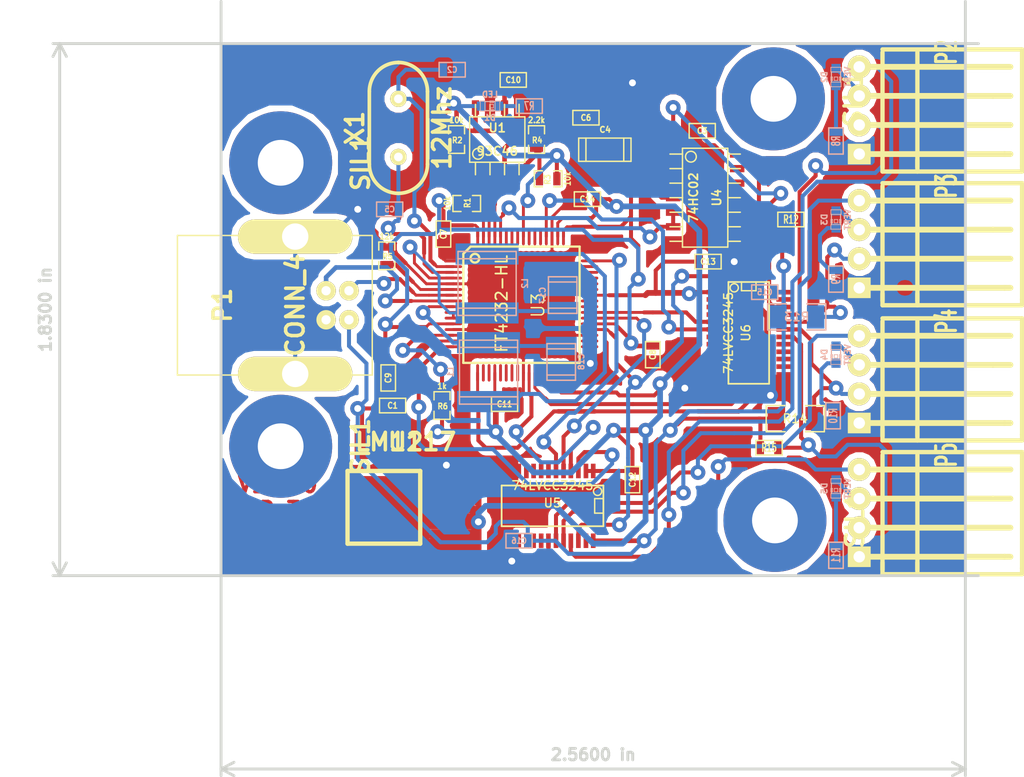
<source format=kicad_pcb>
(kicad_pcb (version 3) (host pcbnew "(2013-jul-07)-stable")
  (title_block (title "USB TO 4 UART") (rev V1-10) (company F4DEB))
  (layers (15 F.Cu signal) (0 B.Cu signal) (18 B.Paste user) (19 F.Paste user) (20 B.SilkS user) (21 F.SilkS user) (22 B.Mask user) (23 F.Mask user) (28 Edge.Cuts user))
  (net 0 "")
  (net 1 +1.8V)
  (net 2 +3.3V)
  (net 3 +5VD)
  (net 4 /PWREN)
  (net 5 /RXD0)
  (net 6 /RXD0_5V)
  (net 7 /RXD1)
  (net 8 /RXD1_5V)
  (net 9 /RXD2)
  (net 10 /RXD2_5V)
  (net 11 /RXD3)
  (net 12 /RXD3_5V)
  (net 13 /SUSPEND)
  (net 14 /TXD0)
  (net 15 /TXD0_5V)
  (net 16 /TXD1)
  (net 17 /TXD1_5V)
  (net 18 /TXD2)
  (net 19 /TXD2_5V)
  (net 20 /TXD3)
  (net 21 /TXD3_5V)
  (net 22 /UART0)
  (net 23 /UART1)
  (net 24 /UART2)
  (net 25 /UART3)
  (net 26 GND)
  (net 27 N-0000013)
  (net 28 N-0000014)
  (net 29 N-0000015)
  (net 30 N-0000016)
  (net 31 N-0000021)
  (net 32 N-0000022)
  (net 33 N-0000023)
  (net 34 N-0000024)
  (net 35 N-0000025)
  (net 36 N-0000026)
  (net 37 N-0000028)
  (net 38 N-0000029)
  (net 39 N-0000030)
  (net 40 N-0000032)
  (net 41 N-0000056)
  (net 42 N-0000057)
  (net 43 N-0000076)
  (net 44 N-0000077)
  (net 45 N-0000078)
  (net 46 N-0000079)
  (module c_2220 (layer B.Cu) (at 148.336 88.646 90)
    (fp_text reference L2 (at 0 3.302 90) (layer B.SilkS) (effects (font (size 0.50038 0.50038) (thickness 0.11938)) (justify mirror)))
    (fp_text value 39uH hide)
    (pad 1 smd rect (at 2.57556 0 90) (size 1.84912 5.4991) (layers B.Cu B.Paste B.Mask) (net 2 +3.3V))
    (pad 2 smd rect (at -2.57556 0 90) (size 1.84912 5.4991) (layers B.Cu B.Paste B.Mask) (net 38 N-0000029))
  )
  (module USB_B (layer F.Cu) (at 131.572 90.551 270)
    (fp_text reference P1 (at 0 6.35 270) (layer F.SilkS) (effects (font (size 1.524 1.524) (thickness 0.3048))))
    (fp_text value CONN_4 (at 0 0 270) (layer F.SilkS) (effects (font (size 1.524 1.524) (thickness 0.3048))))
    (pad 1 thru_hole circle (at 1.27 -4.699 270) (size 1.7 1.7) (drill 0.8128) (layers *.Cu *.Mask F.SilkS) (net 3 +5VD))
    (pad 2 thru_hole circle (at -1.27 -4.699 270) (size 1.7 1.7) (drill 0.8128) (layers *.Cu *.Mask F.SilkS) (net 27 N-0000013))
    (pad 3 thru_hole circle (at -1.27 -2.70002 270) (size 1.7 1.7) (drill 0.8128) (layers *.Cu *.Mask F.SilkS) (net 28 N-0000014))
    (pad 4 thru_hole circle (at 1.27 -2.70002 270) (size 1.7 1.7) (drill 0.8128) (layers *.Cu *.Mask F.SilkS) (net 26 GND))
    (pad 5 thru_hole oval (at 5.99948 0 270) (size 3 10) (drill 2.30124) (layers *.Cu *.Mask F.SilkS))
    (pad 6 thru_hole oval (at -5.99948 0 270) (size 3 10) (drill 2.30124) (layers *.Cu *.Mask F.SilkS))
  )
  (module TQFP_64 (layer F.Cu) (at 151.257 90.424 270)
    (fp_text reference U3 (at 0.127 -1.524 270) (layer F.SilkS) (effects (font (size 1.09982 1.09982) (thickness 0.127))))
    (fp_text value FT4232-HL (at 0 1.651 270) (layer F.SilkS) (effects (font (size 1.00076 1.00076) (thickness 0.1524))))
    (pad 1 smd rect (at -3.74904 5.86994 270) (size 0.24892 1.524) (layers F.Cu F.Paste F.Mask) (net 26 GND))
    (pad 2 smd oval (at -3.24866 5.86994 270) (size 0.24892 1.524) (layers F.Cu F.Paste F.Mask) (net 41 N-0000056))
    (pad 3 smd oval (at -2.74828 5.86994 270) (size 0.24892 1.524) (layers F.Cu F.Paste F.Mask) (net 42 N-0000057))
    (pad 4 smd oval (at -2.2479 5.86994 270) (size 0.24892 1.524) (layers F.Cu F.Paste F.Mask) (net 38 N-0000029))
    (pad 5 smd oval (at -1.74752 5.86994 270) (size 0.24892 1.524) (layers F.Cu F.Paste F.Mask) (net 26 GND))
    (pad 6 smd oval (at -1.24968 5.86994 270) (size 0.24892 1.524) (layers F.Cu F.Paste F.Mask) (net 29 N-0000015))
    (pad 7 smd oval (at -0.7493 5.86994 270) (size 0.24892 1.524) (layers F.Cu F.Paste F.Mask) (net 27 N-0000013))
    (pad 8 smd oval (at -0.24892 5.86994 270) (size 0.24892 1.524) (layers F.Cu F.Paste F.Mask) (net 28 N-0000014))
    (pad 9 smd oval (at 0.25146 5.86994 270) (size 0.24892 1.524) (layers F.Cu F.Paste F.Mask) (net 39 N-0000030))
    (pad 10 smd oval (at 0.75184 5.86994 270) (size 0.24892 1.524) (layers F.Cu F.Paste F.Mask) (net 26 GND))
    (pad 11 smd oval (at 1.25222 5.86994 270) (size 0.24892 1.524) (layers F.Cu F.Paste F.Mask) (net 26 GND))
    (pad 12 smd oval (at 1.75006 5.86994 270) (size 0.24892 1.524) (layers F.Cu F.Paste F.Mask) (net 1 +1.8V))
    (pad 13 smd oval (at 2.25044 5.86994 270) (size 0.24892 1.524) (layers F.Cu F.Paste F.Mask) (net 26 GND))
    (pad 14 smd oval (at 2.75082 5.86994 270) (size 0.24892 1.524) (layers F.Cu F.Paste F.Mask) (net 30 N-0000016))
    (pad 15 smd oval (at 3.2512 5.86994 270) (size 0.24892 1.524) (layers F.Cu F.Paste F.Mask) (net 26 GND))
    (pad 16 smd oval (at 3.75158 5.86994 270) (size 0.24892 1.524) (layers F.Cu F.Paste F.Mask) (net 14 /TXD0))
    (pad 17 smd oval (at 6.0325 3.74904 270) (size 1.524 0.24892) (layers F.Cu F.Paste F.Mask) (net 5 /RXD0))
    (pad 18 smd oval (at 6.0325 3.24866 270) (size 1.524 0.24892) (layers F.Cu F.Paste F.Mask))
    (pad 19 smd oval (at 6.0325 2.74828 270) (size 1.524 0.24892) (layers F.Cu F.Paste F.Mask))
    (pad 20 smd oval (at 6.0325 2.2479 270) (size 1.524 0.24892) (layers F.Cu F.Paste F.Mask) (net 2 +3.3V))
    (pad 21 smd oval (at 6.0325 1.74752 270) (size 1.524 0.24892) (layers F.Cu F.Paste F.Mask))
    (pad 22 smd oval (at 6.0325 1.24968 270) (size 1.524 0.24892) (layers F.Cu F.Paste F.Mask))
    (pad 23 smd oval (at 6.0325 0.7493 270) (size 1.524 0.24892) (layers F.Cu F.Paste F.Mask))
    (pad 24 smd oval (at 6.0325 0.24892 270) (size 1.524 0.24892) (layers F.Cu F.Paste F.Mask))
    (pad 25 smd oval (at 6.0325 -0.25146 270) (size 1.524 0.24892) (layers F.Cu F.Paste F.Mask) (net 26 GND))
    (pad 26 smd oval (at 6.0325 -0.75184 270) (size 1.524 0.24892) (layers F.Cu F.Paste F.Mask) (net 16 /TXD1))
    (pad 27 smd oval (at 6.0325 -1.25222 270) (size 1.524 0.24892) (layers F.Cu F.Paste F.Mask) (net 7 /RXD1))
    (pad 28 smd oval (at 6.0325 -1.75006 270) (size 1.524 0.24892) (layers F.Cu F.Paste F.Mask))
    (pad 29 smd oval (at 6.0325 -2.25044 270) (size 1.524 0.24892) (layers F.Cu F.Paste F.Mask))
    (pad 30 smd oval (at 6.0325 -2.75082 270) (size 1.524 0.24892) (layers F.Cu F.Paste F.Mask))
    (pad 31 smd oval (at 6.0325 -3.2512 270) (size 1.524 0.24892) (layers F.Cu F.Paste F.Mask) (net 2 +3.3V))
    (pad 32 smd oval (at 6.0325 -3.75158 270) (size 1.524 0.24892) (layers F.Cu F.Paste F.Mask))
    (pad 33 smd oval (at 3.75158 -6.0325 270) (size 0.24892 1.524) (layers F.Cu F.Paste F.Mask))
    (pad 34 smd oval (at 3.2512 -6.0325 270) (size 0.24892 1.524) (layers F.Cu F.Paste F.Mask))
    (pad 35 smd oval (at 2.75082 -6.0325 270) (size 0.24892 1.524) (layers F.Cu F.Paste F.Mask) (net 26 GND))
    (pad 36 smd oval (at 2.25044 -6.0325 270) (size 0.24892 1.524) (layers F.Cu F.Paste F.Mask) (net 13 /SUSPEND))
    (pad 37 smd oval (at 1.75006 -6.0325 270) (size 0.24892 1.524) (layers F.Cu F.Paste F.Mask) (net 1 +1.8V))
    (pad 38 smd oval (at 1.25222 -6.0325 270) (size 0.24892 1.524) (layers F.Cu F.Paste F.Mask) (net 18 /TXD2))
    (pad 39 smd oval (at 0.75184 -6.0325 270) (size 0.24892 1.524) (layers F.Cu F.Paste F.Mask) (net 9 /RXD2))
    (pad 40 smd oval (at 0.25146 -6.0325 270) (size 0.24892 1.524) (layers F.Cu F.Paste F.Mask))
    (pad 41 smd oval (at -0.24892 -6.0325 270) (size 0.24892 1.524) (layers F.Cu F.Paste F.Mask))
    (pad 42 smd oval (at -0.7493 -6.0325 270) (size 0.24892 1.524) (layers F.Cu F.Paste F.Mask) (net 2 +3.3V))
    (pad 43 smd oval (at -1.24968 -6.0325 270) (size 0.24892 1.524) (layers F.Cu F.Paste F.Mask))
    (pad 44 smd oval (at -1.74752 -6.0325 270) (size 0.24892 1.524) (layers F.Cu F.Paste F.Mask))
    (pad 45 smd oval (at -2.2479 -6.0325 270) (size 0.24892 1.524) (layers F.Cu F.Paste F.Mask))
    (pad 46 smd oval (at -2.74828 -6.0325 270) (size 0.24892 1.524) (layers F.Cu F.Paste F.Mask))
    (pad 47 smd oval (at -3.24866 -6.0325 270) (size 0.24892 1.524) (layers F.Cu F.Paste F.Mask) (net 26 GND))
    (pad 48 smd oval (at -3.74904 -6.0325 270) (size 0.24892 1.524) (layers F.Cu F.Paste F.Mask) (net 20 /TXD3))
    (pad 49 smd oval (at -5.86994 -3.75158 270) (size 1.524 0.24892) (layers F.Cu F.Paste F.Mask) (net 1 +1.8V))
    (pad 50 smd oval (at -5.86994 -3.2512 270) (size 1.524 0.24892) (layers F.Cu F.Paste F.Mask) (net 2 +3.3V))
    (pad 52 smd oval (at -5.86994 -2.25044 270) (size 1.524 0.24892) (layers F.Cu F.Paste F.Mask) (net 11 /RXD3))
    (pad 51 smd oval (at -5.88772 -2.75082 270) (size 1.524 0.24892) (layers F.Cu F.Paste F.Mask) (net 26 GND))
    (pad 53 smd oval (at -5.86994 -1.75006 270) (size 1.524 0.24892) (layers F.Cu F.Paste F.Mask))
    (pad 54 smd oval (at -5.86994 -1.25222 270) (size 1.524 0.24892) (layers F.Cu F.Paste F.Mask))
    (pad 55 smd oval (at -5.86994 -0.75184 270) (size 1.524 0.24892) (layers F.Cu F.Paste F.Mask))
    (pad 56 smd oval (at -5.86994 -0.25146 270) (size 1.524 0.24892) (layers F.Cu F.Paste F.Mask) (net 2 +3.3V))
    (pad 57 smd oval (at -5.86994 0.24892 270) (size 1.524 0.24892) (layers F.Cu F.Paste F.Mask))
    (pad 58 smd oval (at -5.86994 0.7493 270) (size 1.524 0.24892) (layers F.Cu F.Paste F.Mask))
    (pad 59 smd oval (at -5.86994 1.24206 270) (size 1.524 0.24892) (layers F.Cu F.Paste F.Mask))
    (pad 60 smd oval (at -5.86994 1.74244 270) (size 1.524 0.24892) (layers F.Cu F.Paste F.Mask) (net 4 /PWREN))
    (pad 61 smd oval (at -5.86994 2.24282 270) (size 1.524 0.24892) (layers F.Cu F.Paste F.Mask) (net 44 N-0000077))
    (pad 62 smd oval (at -5.86994 2.7432 270) (size 1.524 0.24892) (layers F.Cu F.Paste F.Mask) (net 46 N-0000079))
    (pad 63 smd oval (at -5.86994 3.24104 270) (size 1.524 0.24892) (layers F.Cu F.Paste F.Mask) (net 43 N-0000076))
    (pad 64 smd oval (at -5.86994 3.74142 270) (size 1.524 0.24892) (layers F.Cu F.Paste F.Mask) (net 1 +1.8V))
  )
  (module so-8 (layer F.Cu) (at 149.225 76.073)
    (fp_text reference U1 (at 0 -1.016) (layer F.SilkS) (effects (font (size 0.7493 0.7493) (thickness 0.14986))))
    (fp_text value 93C46 (at 0 1.016) (layer F.SilkS) (effects (font (size 0.7493 0.7493) (thickness 0.14986))))
    (pad 1 smd rect (at -1.905 2.794) (size 0.635 1.27) (layers F.Cu F.Paste F.Mask) (net 43 N-0000076))
    (pad 2 smd rect (at -0.635 2.794) (size 0.635 1.27) (layers F.Cu F.Paste F.Mask) (net 46 N-0000079))
    (pad 3 smd rect (at 0.635 2.794) (size 0.635 1.27) (layers F.Cu F.Paste F.Mask) (net 44 N-0000077))
    (pad 4 smd rect (at 1.905 2.794) (size 0.635 1.27) (layers F.Cu F.Paste F.Mask) (net 45 N-0000078))
    (pad 5 smd rect (at 1.905 -2.794) (size 0.635 1.27) (layers F.Cu F.Paste F.Mask) (net 26 GND))
    (pad 6 smd rect (at 0.635 -2.794) (size 0.635 1.27) (layers F.Cu F.Paste F.Mask) (net 2 +3.3V))
    (pad 7 smd rect (at -0.635 -2.794) (size 0.635 1.27) (layers F.Cu F.Paste F.Mask) (net 26 GND))
    (pad 8 smd rect (at -1.905 -2.794) (size 0.635 1.27) (layers F.Cu F.Paste F.Mask) (net 2 +3.3V))
  )
  (module so-14 (layer F.Cu) (at 167.386 81.153 270)
    (fp_text reference U4 (at 0 -1.016 270) (layer F.SilkS) (effects (font (size 0.7493 0.7493) (thickness 0.14986))))
    (fp_text value 74HC02 (at 0 1.016 270) (layer F.SilkS) (effects (font (size 0.7493 0.7493) (thickness 0.14986))))
    (pad 1 smd rect (at -3.81 2.794 270) (size 0.635 1.27) (layers F.Cu F.Paste F.Mask) (net 37 N-0000028))
    (pad 2 smd rect (at -2.54 2.794 270) (size 0.635 1.27) (layers F.Cu F.Paste F.Mask) (net 35 N-0000025))
    (pad 3 smd rect (at -1.27 2.794 270) (size 0.635 1.27) (layers F.Cu F.Paste F.Mask) (net 36 N-0000026))
    (pad 4 smd rect (at 0 2.794 270) (size 0.635 1.27) (layers F.Cu F.Paste F.Mask) (net 35 N-0000025))
    (pad 5 smd rect (at 1.27 2.794 270) (size 0.635 1.27) (layers F.Cu F.Paste F.Mask) (net 4 /PWREN))
    (pad 6 smd rect (at 2.54 2.794 270) (size 0.635 1.27) (layers F.Cu F.Paste F.Mask) (net 4 /PWREN))
    (pad 7 smd rect (at 3.81 2.794 270) (size 0.635 1.27) (layers F.Cu F.Paste F.Mask) (net 26 GND))
    (pad 8 smd rect (at 3.81 -2.794 270) (size 0.635 1.27) (layers F.Cu F.Paste F.Mask) (net 13 /SUSPEND))
    (pad 9 smd rect (at 2.54 -2.794 270) (size 0.635 1.27) (layers F.Cu F.Paste F.Mask) (net 13 /SUSPEND))
    (pad 10 smd rect (at 1.27 -2.794 270) (size 0.635 1.27) (layers F.Cu F.Paste F.Mask) (net 36 N-0000026))
    (pad 11 smd rect (at 0 -2.794 270) (size 0.635 1.27) (layers F.Cu F.Paste F.Mask))
    (pad 12 smd rect (at -1.27 -2.794 270) (size 0.635 1.27) (layers F.Cu F.Paste F.Mask))
    (pad 13 smd rect (at -2.54 -2.794 270) (size 0.635 1.27) (layers F.Cu F.Paste F.Mask))
    (pad 14 smd rect (at -3.81 -2.794 270) (size 0.635 1.27) (layers F.Cu F.Paste F.Mask) (net 2 +3.3V))
  )
  (module SM0603_Resistor (layer F.Cu) (at 145.669 76.073 270)
    (fp_text reference R2 (at 0.0635 -0.0635 360) (layer F.SilkS) (effects (font (size 0.50038 0.4572) (thickness 0.1143))))
    (fp_text value 10k (at -1.69926 0 360) (layer F.SilkS) (effects (font (size 0.508 0.4572) (thickness 0.1143))))
    (pad 1 smd rect (at -0.762 0 270) (size 0.635 1.143) (layers F.Cu F.Paste F.Mask) (net 2 +3.3V))
    (pad 2 smd rect (at 0.762 0 270) (size 0.635 1.143) (layers F.Cu F.Paste F.Mask) (net 46 N-0000079))
  )
  (module SM0603_Resistor (layer F.Cu) (at 146.558 81.661)
    (fp_text reference R1 (at 0.0635 -0.0635 90) (layer F.SilkS) (effects (font (size 0.50038 0.4572) (thickness 0.1143))))
    (fp_text value 10k (at -1.69926 0 90) (layer F.SilkS) (effects (font (size 0.508 0.4572) (thickness 0.1143))))
    (pad 1 smd rect (at -0.762 0) (size 0.635 1.143) (layers F.Cu F.Paste F.Mask) (net 2 +3.3V))
    (pad 2 smd rect (at 0.762 0) (size 0.635 1.143) (layers F.Cu F.Paste F.Mask) (net 43 N-0000076))
  )
  (module SM0603_Resistor (layer F.Cu) (at 153.67 79.502 180)
    (fp_text reference R3 (at 0.0635 -0.0635 270) (layer F.SilkS) (effects (font (size 0.50038 0.4572) (thickness 0.1143))))
    (fp_text value 10k (at -1.69926 0 270) (layer F.SilkS) (effects (font (size 0.508 0.4572) (thickness 0.1143))))
    (pad 1 smd rect (at -0.762 0 180) (size 0.635 1.143) (layers F.Cu F.Paste F.Mask) (net 2 +3.3V))
    (pad 2 smd rect (at 0.762 0 180) (size 0.635 1.143) (layers F.Cu F.Paste F.Mask) (net 45 N-0000078))
  )
  (module SM0603_Resistor (layer F.Cu) (at 152.654 76.073 270)
    (fp_text reference R4 (at 0.0635 -0.0635 360) (layer F.SilkS) (effects (font (size 0.50038 0.4572) (thickness 0.1143))))
    (fp_text value 2.2k (at -1.69926 0 360) (layer F.SilkS) (effects (font (size 0.508 0.4572) (thickness 0.1143))))
    (pad 1 smd rect (at -0.762 0 270) (size 0.635 1.143) (layers F.Cu F.Paste F.Mask) (net 44 N-0000077))
    (pad 2 smd rect (at 0.762 0 270) (size 0.635 1.143) (layers F.Cu F.Paste F.Mask) (net 45 N-0000078))
  )
  (module SM0603_Resistor (layer F.Cu) (at 144.399 99.314 270)
    (fp_text reference R6 (at 0.0635 -0.0635 360) (layer F.SilkS) (effects (font (size 0.50038 0.4572) (thickness 0.1143))))
    (fp_text value 1k (at -1.69926 0 360) (layer F.SilkS) (effects (font (size 0.508 0.4572) (thickness 0.1143))))
    (pad 1 smd rect (at -0.762 0 270) (size 0.635 1.143) (layers F.Cu F.Paste F.Mask) (net 30 N-0000016))
    (pad 2 smd rect (at 0.762 0 270) (size 0.635 1.143) (layers F.Cu F.Paste F.Mask) (net 2 +3.3V))
  )
  (module SM0603_Resistor (layer F.Cu) (at 139.573 86.233 270)
    (fp_text reference R5 (at 0.0635 -0.0635 360) (layer F.SilkS) (effects (font (size 0.50038 0.4572) (thickness 0.1143))))
    (fp_text value 12k (at -1.69926 0 360) (layer F.SilkS) (effects (font (size 0.508 0.4572) (thickness 0.1143))))
    (pad 1 smd rect (at -0.762 0 270) (size 0.635 1.143) (layers F.Cu F.Paste F.Mask) (net 26 GND))
    (pad 2 smd rect (at 0.762 0 270) (size 0.635 1.143) (layers F.Cu F.Paste F.Mask) (net 29 N-0000015))
  )
  (module DPAK (layer F.Cu) (at 141.224 102.489 180)
    (fp_text reference U2 (at 0 0 180) (layer F.SilkS) (effects (font (size 1.524 1.524) (thickness 0.3048))))
    (fp_text value LM1117 (at 0 0 180) (layer F.SilkS) (effects (font (size 1.524 1.524) (thickness 0.3048))))
    (pad 1 smd rect (at 0 0 180) (size 1.30048 2.99974) (layers F.Cu F.Paste F.Mask) (net 26 GND))
    (pad 2 smd rect (at 3.81 0 180) (size 1.30048 2.99974) (layers F.Cu F.Paste F.Mask) (net 3 +5VD))
    (pad 3 smd rect (at 1.905 -6.985 180) (size 8.001 8.001) (layers F.Cu F.Paste F.Mask) (net 2 +3.3V))
  )
  (module SSOP24 (layer F.Cu) (at 154.051 108.077 180)
    (fp_text reference U5 (at 0 0.254 180) (layer F.SilkS) (effects (font (size 0.762 0.762) (thickness 0.127))))
    (fp_text value 74LVCC3245 (at 0 1.778 180) (layer F.SilkS) (effects (font (size 0.762 0.762) (thickness 0.127))))
    (pad 1 smd rect (at -3.556 3.048 180) (size 0.4064 1.27) (layers F.Cu F.Paste F.Mask) (net 2 +3.3V))
    (pad 2 smd rect (at -2.921 3.048 180) (size 0.4064 1.27) (layers F.Cu F.Paste F.Mask) (net 2 +3.3V))
    (pad 3 smd rect (at -2.2606 3.048 180) (size 0.4064 1.27) (layers F.Cu F.Paste F.Mask) (net 14 /TXD0))
    (pad 4 smd rect (at -1.6002 3.048 180) (size 0.4064 1.27) (layers F.Cu F.Paste F.Mask) (net 16 /TXD1))
    (pad 5 smd rect (at -0.9652 3.048 180) (size 0.4064 1.27) (layers F.Cu F.Paste F.Mask) (net 18 /TXD2))
    (pad 6 smd rect (at -0.3048 3.048 180) (size 0.4064 1.27) (layers F.Cu F.Paste F.Mask) (net 20 /TXD3))
    (pad 7 smd rect (at 0.3556 3.048 180) (size 0.4064 1.27) (layers F.Cu F.Paste F.Mask))
    (pad 8 smd rect (at 0.9906 3.048 180) (size 0.4064 1.27) (layers F.Cu F.Paste F.Mask))
    (pad 9 smd rect (at 1.651 3.048 180) (size 0.4064 1.27) (layers F.Cu F.Paste F.Mask))
    (pad 10 smd rect (at 2.286 3.048 180) (size 0.4064 1.27) (layers F.Cu F.Paste F.Mask))
    (pad 11 smd rect (at 2.9464 3.048 180) (size 0.4064 1.27) (layers F.Cu F.Paste F.Mask) (net 26 GND))
    (pad 12 smd rect (at 3.6068 3.048 180) (size 0.4064 1.27) (layers F.Cu F.Paste F.Mask) (net 26 GND))
    (pad 13 smd rect (at 3.6322 -3.048 180) (size 0.4064 1.27) (layers F.Cu F.Paste F.Mask) (net 26 GND))
    (pad 14 smd rect (at 2.9464 -3.048 180) (size 0.4064 1.27) (layers F.Cu F.Paste F.Mask))
    (pad 15 smd rect (at 2.286 -3.048 180) (size 0.4064 1.27) (layers F.Cu F.Paste F.Mask))
    (pad 16 smd rect (at 1.651 -3.048 180) (size 0.4064 1.27) (layers F.Cu F.Paste F.Mask))
    (pad 17 smd rect (at 0.9906 -3.048 180) (size 0.4064 1.27) (layers F.Cu F.Paste F.Mask))
    (pad 18 smd rect (at 0.3556 -3.048 180) (size 0.4064 1.27) (layers F.Cu F.Paste F.Mask) (net 21 /TXD3_5V))
    (pad 19 smd rect (at -0.3048 -3.048 180) (size 0.4064 1.27) (layers F.Cu F.Paste F.Mask) (net 19 /TXD2_5V))
    (pad 20 smd rect (at -0.9652 -3.048 180) (size 0.4064 1.27) (layers F.Cu F.Paste F.Mask) (net 17 /TXD1_5V))
    (pad 21 smd rect (at -1.6002 -3.048 180) (size 0.4064 1.27) (layers F.Cu F.Paste F.Mask) (net 15 /TXD0_5V))
    (pad 22 smd rect (at -2.2606 -3.048 180) (size 0.4064 1.27) (layers F.Cu F.Paste F.Mask) (net 13 /SUSPEND))
    (pad 23 smd rect (at -2.921 -3.048 180) (size 0.4064 1.27) (layers F.Cu F.Paste F.Mask))
    (pad 24 smd rect (at -3.556 -3.048 180) (size 0.4064 1.27) (layers F.Cu F.Paste F.Mask) (net 3 +5VD))
  )
  (module SSOP24 (layer F.Cu) (at 171.196 92.964 270)
    (fp_text reference U6 (at 0 0.254 270) (layer F.SilkS) (effects (font (size 0.762 0.762) (thickness 0.127))))
    (fp_text value 74LVCC3245 (at 0 1.778 270) (layer F.SilkS) (effects (font (size 0.762 0.762) (thickness 0.127))))
    (pad 1 smd rect (at -3.556 3.048 270) (size 0.4064 1.27) (layers F.Cu F.Paste F.Mask) (net 2 +3.3V))
    (pad 2 smd rect (at -2.921 3.048 270) (size 0.4064 1.27) (layers F.Cu F.Paste F.Mask) (net 26 GND))
    (pad 3 smd rect (at -2.2606 3.048 270) (size 0.4064 1.27) (layers F.Cu F.Paste F.Mask) (net 5 /RXD0))
    (pad 4 smd rect (at -1.6002 3.048 270) (size 0.4064 1.27) (layers F.Cu F.Paste F.Mask) (net 7 /RXD1))
    (pad 5 smd rect (at -0.9652 3.048 270) (size 0.4064 1.27) (layers F.Cu F.Paste F.Mask) (net 9 /RXD2))
    (pad 6 smd rect (at -0.3048 3.048 270) (size 0.4064 1.27) (layers F.Cu F.Paste F.Mask) (net 11 /RXD3))
    (pad 7 smd rect (at 0.3556 3.048 270) (size 0.4064 1.27) (layers F.Cu F.Paste F.Mask))
    (pad 8 smd rect (at 0.9906 3.048 270) (size 0.4064 1.27) (layers F.Cu F.Paste F.Mask))
    (pad 9 smd rect (at 1.651 3.048 270) (size 0.4064 1.27) (layers F.Cu F.Paste F.Mask))
    (pad 10 smd rect (at 2.286 3.048 270) (size 0.4064 1.27) (layers F.Cu F.Paste F.Mask))
    (pad 11 smd rect (at 2.9464 3.048 270) (size 0.4064 1.27) (layers F.Cu F.Paste F.Mask) (net 26 GND))
    (pad 12 smd rect (at 3.6068 3.048 270) (size 0.4064 1.27) (layers F.Cu F.Paste F.Mask) (net 26 GND))
    (pad 13 smd rect (at 3.6322 -3.048 270) (size 0.4064 1.27) (layers F.Cu F.Paste F.Mask) (net 26 GND))
    (pad 14 smd rect (at 2.9464 -3.048 270) (size 0.4064 1.27) (layers F.Cu F.Paste F.Mask))
    (pad 15 smd rect (at 2.286 -3.048 270) (size 0.4064 1.27) (layers F.Cu F.Paste F.Mask))
    (pad 16 smd rect (at 1.651 -3.048 270) (size 0.4064 1.27) (layers F.Cu F.Paste F.Mask))
    (pad 17 smd rect (at 0.9906 -3.048 270) (size 0.4064 1.27) (layers F.Cu F.Paste F.Mask))
    (pad 18 smd rect (at 0.3556 -3.048 270) (size 0.4064 1.27) (layers F.Cu F.Paste F.Mask) (net 12 /RXD3_5V))
    (pad 19 smd rect (at -0.3048 -3.048 270) (size 0.4064 1.27) (layers F.Cu F.Paste F.Mask) (net 10 /RXD2_5V))
    (pad 20 smd rect (at -0.9652 -3.048 270) (size 0.4064 1.27) (layers F.Cu F.Paste F.Mask) (net 8 /RXD1_5V))
    (pad 21 smd rect (at -1.6002 -3.048 270) (size 0.4064 1.27) (layers F.Cu F.Paste F.Mask) (net 6 /RXD0_5V))
    (pad 22 smd rect (at -2.2606 -3.048 270) (size 0.4064 1.27) (layers F.Cu F.Paste F.Mask) (net 37 N-0000028))
    (pad 23 smd rect (at -2.921 -3.048 270) (size 0.4064 1.27) (layers F.Cu F.Paste F.Mask))
    (pad 24 smd rect (at -3.556 -3.048 270) (size 0.4064 1.27) (layers F.Cu F.Paste F.Mask) (net 3 +5VD))
  )
  (module COLONETTE (layer F.Cu) (at 173.482 109.347 270)
    (fp_text reference J3 (at 0 0 270) (layer F.SilkS) (effects (font (size 1.524 1.524) (thickness 0.3048))))
    (fp_text value SIL1 (at 0 -6.985 270) (layer F.SilkS) (effects (font (size 1.524 1.524) (thickness 0.3048))))
    (pad 1 thru_hole circle (at 0 0 270) (size 8.99922 8.99922) (drill 4.0005) (layers *.Cu))
    (pad 1 thru_hole circle (at 0 0 270) (size 2 2) (drill 0.6) (layers *.Cu *.Mask F.SilkS))
  )
  (module COLONETTE (layer F.Cu) (at 173.355 72.517 270)
    (fp_text reference J3 (at 0 0 270) (layer F.SilkS) (effects (font (size 1.524 1.524) (thickness 0.3048))))
    (fp_text value SIL1 (at 0 -6.985 270) (layer F.SilkS) (effects (font (size 1.524 1.524) (thickness 0.3048))))
    (pad 1 thru_hole circle (at 0 0 270) (size 8.99922 8.99922) (drill 4.0005) (layers *.Cu))
    (pad 1 thru_hole circle (at 0 0 270) (size 2 2) (drill 0.6) (layers *.Cu *.Mask F.SilkS))
  )
  (module COLONETTE (layer F.Cu) (at 130.302 78.105 270)
    (fp_text reference J3 (at 0 0 270) (layer F.SilkS) (effects (font (size 1.524 1.524) (thickness 0.3048))))
    (fp_text value SIL1 (at 0 -6.985 270) (layer F.SilkS) (effects (font (size 1.524 1.524) (thickness 0.3048))))
    (pad 1 thru_hole circle (at 0 0 270) (size 8.99922 8.99922) (drill 4.0005) (layers *.Cu))
    (pad 1 thru_hole circle (at 0 0 270) (size 2 2) (drill 0.6) (layers *.Cu *.Mask F.SilkS))
  )
  (module COLONETTE (layer F.Cu) (at 130.302 102.87 270)
    (fp_text reference J3 (at 0 0 270) (layer F.SilkS) (effects (font (size 1.524 1.524) (thickness 0.3048))))
    (fp_text value SIL1 (at 0 -6.985 270) (layer F.SilkS) (effects (font (size 1.524 1.524) (thickness 0.3048))))
    (pad 1 thru_hole circle (at 0 0 270) (size 8.99922 8.99922) (drill 4.0005) (layers *.Cu))
    (pad 1 thru_hole circle (at 0 0 270) (size 2 2) (drill 0.6) (layers *.Cu *.Mask F.SilkS))
  )
  (module HC-49V (layer F.Cu) (at 140.589 75.057 90)
    (fp_text reference X1 (at 0 -3.81 90) (layer F.SilkS) (effects (font (size 1.524 1.524) (thickness 0.3048))))
    (fp_text value 12Mhz (at 0 3.81 90) (layer F.SilkS) (effects (font (size 1.524 1.524) (thickness 0.3048))))
    (pad 1 thru_hole circle (at -2.54 0 90) (size 1.4224 1.4224) (drill 0.762) (layers *.Cu *.Mask F.SilkS) (net 42 N-0000057))
    (pad 2 thru_hole circle (at 2.54 0 90) (size 1.4224 1.4224) (drill 0.762) (layers *.Cu *.Mask F.SilkS) (net 41 N-0000056))
  )
  (module SM1210 (layer B.Cu) (at 154.94 89.662 270)
    (fp_text reference C17 (at 0.0254 1.7526 270) (layer B.SilkS) (effects (font (size 0.50038 0.50038) (thickness 0.11938)) (justify mirror)))
    (fp_text value 10uF/10V hide)
    (pad 1 smd rect (at 1.397 0 270) (size 1.6002 2.6924) (layers B.Cu B.Paste B.Mask) (net 38 N-0000029))
    (pad 2 smd rect (at -1.397 0 270) (size 1.6002 2.6924) (layers B.Cu B.Paste B.Mask) (net 26 GND))
  )
  (module SM1210 (layer B.Cu) (at 154.813 95.504 90)
    (fp_text reference C18 (at 0.0254 1.7526 90) (layer B.SilkS) (effects (font (size 0.50038 0.50038) (thickness 0.11938)) (justify mirror)))
    (fp_text value 10uF/10V hide)
    (pad 1 smd rect (at 1.397 0 90) (size 1.6002 2.6924) (layers B.Cu B.Paste B.Mask) (net 39 N-0000030))
    (pad 2 smd rect (at -1.397 0 90) (size 1.6002 2.6924) (layers B.Cu B.Paste B.Mask) (net 26 GND))
  )
  (module SM0603_Resistor (layer B.Cu) (at 152.019 73.152)
    (fp_text reference R7 (at 0 0) (layer B.SilkS) (effects (font (size 0.7112 0.4572) (thickness 0.1143)) (justify mirror)))
    (fp_text value 470 hide)
    (pad 1 smd rect (at -0.762 0) (size 0.635 1.143) (layers B.Cu B.Paste B.Mask) (net 40 N-0000032))
    (pad 2 smd rect (at 0.762 0) (size 0.635 1.143) (layers B.Cu B.Paste B.Mask) (net 26 GND))
  )
  (module SM0603_Resistor (layer B.Cu) (at 178.816 76.2 270)
    (fp_text reference R8 (at 0 0 270) (layer B.SilkS) (effects (font (size 0.7112 0.4572) (thickness 0.1143)) (justify mirror)))
    (fp_text value 1k hide)
    (pad 1 smd rect (at -0.762 0 270) (size 0.635 1.143) (layers B.Cu B.Paste B.Mask) (net 34 N-0000024))
    (pad 2 smd rect (at 0.762 0 270) (size 0.635 1.143) (layers B.Cu B.Paste B.Mask) (net 26 GND))
  )
  (module SM0603_Resistor (layer B.Cu) (at 178.816 88.265 270)
    (fp_text reference R9 (at 0 0 270) (layer B.SilkS) (effects (font (size 0.7112 0.4572) (thickness 0.1143)) (justify mirror)))
    (fp_text value 1k hide)
    (pad 1 smd rect (at -0.762 0 270) (size 0.635 1.143) (layers B.Cu B.Paste B.Mask) (net 31 N-0000021))
    (pad 2 smd rect (at 0.762 0 270) (size 0.635 1.143) (layers B.Cu B.Paste B.Mask) (net 26 GND))
  )
  (module SM0603_Resistor (layer B.Cu) (at 178.562 100.203 270)
    (fp_text reference R10 (at 0 0 270) (layer B.SilkS) (effects (font (size 0.7112 0.4572) (thickness 0.1143)) (justify mirror)))
    (fp_text value 1k hide)
    (pad 1 smd rect (at -0.762 0 270) (size 0.635 1.143) (layers B.Cu B.Paste B.Mask) (net 32 N-0000022))
    (pad 2 smd rect (at 0.762 0 270) (size 0.635 1.143) (layers B.Cu B.Paste B.Mask) (net 26 GND))
  )
  (module SM0603_Resistor (layer B.Cu) (at 178.816 112.395 270)
    (fp_text reference R11 (at 0 0 270) (layer B.SilkS) (effects (font (size 0.7112 0.4572) (thickness 0.1143)) (justify mirror)))
    (fp_text value 1k hide)
    (pad 1 smd rect (at -0.762 0 270) (size 0.635 1.143) (layers B.Cu B.Paste B.Mask) (net 33 N-0000023))
    (pad 2 smd rect (at 0.762 0 270) (size 0.635 1.143) (layers B.Cu B.Paste B.Mask) (net 26 GND))
  )
  (module LED-0603 (layer B.Cu) (at 148.59 73.152)
    (fp_text reference D1 (at 0 1.016) (layer B.SilkS) (effects (font (size 0.508 0.508) (thickness 0.127)) (justify mirror)))
    (fp_text value LED (at 0 -1.016) (layer B.SilkS) (effects (font (size 0.508 0.508) (thickness 0.127)) (justify mirror)))
    (pad 1 smd rect (at -0.7493 0) (size 0.79756 0.79756) (layers B.Cu B.Paste B.Mask) (net 2 +3.3V))
    (pad 2 smd rect (at 0.7493 0) (size 0.79756 0.79756) (layers B.Cu B.Paste B.Mask) (net 40 N-0000032))
  )
  (module LED-0603 (layer B.Cu) (at 178.816 70.612 270)
    (fp_text reference D2 (at 0 1.016 270) (layer B.SilkS) (effects (font (size 0.508 0.508) (thickness 0.127)) (justify mirror)))
    (fp_text value VERT (at 0 -1.016 270) (layer B.SilkS) (effects (font (size 0.508 0.508) (thickness 0.127)) (justify mirror)))
    (pad 1 smd rect (at -0.7493 0 270) (size 0.79756 0.79756) (layers B.Cu B.Paste B.Mask) (net 22 /UART0))
    (pad 2 smd rect (at 0.7493 0 270) (size 0.79756 0.79756) (layers B.Cu B.Paste B.Mask) (net 34 N-0000024))
  )
  (module LED-0603 (layer B.Cu) (at 178.816 83.058 270)
    (fp_text reference D3 (at 0 1.016 270) (layer B.SilkS) (effects (font (size 0.508 0.508) (thickness 0.127)) (justify mirror)))
    (fp_text value VERT (at 0 -1.016 270) (layer B.SilkS) (effects (font (size 0.508 0.508) (thickness 0.127)) (justify mirror)))
    (pad 1 smd rect (at -0.7493 0 270) (size 0.79756 0.79756) (layers B.Cu B.Paste B.Mask) (net 23 /UART1))
    (pad 2 smd rect (at 0.7493 0 270) (size 0.79756 0.79756) (layers B.Cu B.Paste B.Mask) (net 31 N-0000021))
  )
  (module LED-0603 (layer B.Cu) (at 178.816 94.869 270)
    (fp_text reference D4 (at 0 1.016 270) (layer B.SilkS) (effects (font (size 0.508 0.508) (thickness 0.127)) (justify mirror)))
    (fp_text value VERT (at 0 -1.016 270) (layer B.SilkS) (effects (font (size 0.508 0.508) (thickness 0.127)) (justify mirror)))
    (pad 1 smd rect (at -0.7493 0 270) (size 0.79756 0.79756) (layers B.Cu B.Paste B.Mask) (net 24 /UART2))
    (pad 2 smd rect (at 0.7493 0 270) (size 0.79756 0.79756) (layers B.Cu B.Paste B.Mask) (net 32 N-0000022))
  )
  (module LED-0603 (layer B.Cu) (at 178.816 106.553 270)
    (fp_text reference D5 (at 0 1.016 270) (layer B.SilkS) (effects (font (size 0.508 0.508) (thickness 0.127)) (justify mirror)))
    (fp_text value VERT (at 0 -1.016 270) (layer B.SilkS) (effects (font (size 0.508 0.508) (thickness 0.127)) (justify mirror)))
    (pad 1 smd rect (at -0.7493 0 270) (size 0.79756 0.79756) (layers B.Cu B.Paste B.Mask) (net 25 /UART3))
    (pad 2 smd rect (at 0.7493 0 270) (size 0.79756 0.79756) (layers B.Cu B.Paste B.Mask) (net 33 N-0000023))
  )
  (module c_2220 (layer B.Cu) (at 148.463 96.393 270)
    (fp_text reference L1 (at 0 3.302 270) (layer B.SilkS) (effects (font (size 0.50038 0.50038) (thickness 0.11938)) (justify mirror)))
    (fp_text value 39uH hide)
    (pad 1 smd rect (at 2.57556 0 270) (size 1.84912 5.4991) (layers B.Cu B.Paste B.Mask) (net 2 +3.3V))
    (pad 2 smd rect (at -2.57556 0 270) (size 1.84912 5.4991) (layers B.Cu B.Paste B.Mask) (net 39 N-0000030))
  )
  (module c_1808 (layer F.Cu) (at 158.623 76.962)
    (fp_text reference C4 (at 0.0254 -1.7526) (layer F.SilkS) (effects (font (size 0.50038 0.50038) (thickness 0.11938))))
    (fp_text value 10uF/10V hide)
    (pad 1 smd rect (at 2.04978 0) (size 1.80086 2.4003) (layers F.Cu F.Paste F.Mask) (net 1 +1.8V))
    (pad 2 smd rect (at -2.04978 0) (size 1.80086 2.4003) (layers F.Cu F.Paste F.Mask) (net 26 GND))
  )
  (module SM0603_Resistor (layer F.Cu) (at 174.879 83.058 180)
    (fp_text reference R12 (at 0 0 180) (layer F.SilkS) (effects (font (size 0.7112 0.4572) (thickness 0.1143))))
    (fp_text value 47k hide)
    (pad 1 smd rect (at -0.762 0 180) (size 0.635 1.143) (layers F.Cu F.Paste F.Mask) (net 6 /RXD0_5V))
    (pad 2 smd rect (at 0.762 0 180) (size 0.635 1.143) (layers F.Cu F.Paste F.Mask) (net 3 +5VD))
  )
  (module SM0603_Resistor (layer F.Cu) (at 172.974 102.997 180)
    (fp_text reference R15 (at 0 0 180) (layer F.SilkS) (effects (font (size 0.7112 0.4572) (thickness 0.1143))))
    (fp_text value 47k hide)
    (pad 1 smd rect (at -0.762 0 180) (size 0.635 1.143) (layers F.Cu F.Paste F.Mask) (net 12 /RXD3_5V))
    (pad 2 smd rect (at 0.762 0 180) (size 0.635 1.143) (layers F.Cu F.Paste F.Mask) (net 3 +5VD))
  )
  (module SM1206 (layer B.Cu) (at 175.387 91.567 180)
    (fp_text reference R13 (at 0 0 180) (layer B.SilkS) (effects (font (size 0.762 0.762) (thickness 0.127)) (justify mirror)))
    (fp_text value 47k hide)
    (pad 1 smd rect (at -1.651 0 180) (size 1.524 2.032) (layers B.Cu B.Paste B.Mask) (net 8 /RXD1_5V))
    (pad 2 smd rect (at 1.651 0 180) (size 1.524 2.032) (layers B.Cu B.Paste B.Mask) (net 3 +5VD))
  )
  (module SM1206 (layer F.Cu) (at 175.26 100.457 180)
    (fp_text reference R14 (at 0 0 180) (layer F.SilkS) (effects (font (size 0.762 0.762) (thickness 0.127))))
    (fp_text value 47k hide)
    (pad 1 smd rect (at -1.651 0 180) (size 1.524 2.032) (layers F.Cu F.Paste F.Mask) (net 10 /RXD2_5V))
    (pad 2 smd rect (at 1.651 0 180) (size 1.524 2.032) (layers F.Cu F.Paste F.Mask) (net 3 +5VD))
  )
  (module KK-4-H (layer F.Cu) (at 180.848 104.902 270)
    (fp_text reference P5 (at -1.27 -7.62 270) (layer F.SilkS) (effects (font (size 1.73482 1.08712) (thickness 0.27178))))
    (fp_text value CONN_4 hide)
    (pad 1 thru_hole rect (at 7.62 0 270) (size 1.80086 1.99898) (drill 1.00076) (layers *.Cu *.Mask F.SilkS) (net 26 GND))
    (pad 2 thru_hole circle (at 5.08 0 270) (size 1.99898 1.99898) (drill 1.00076) (layers *.Cu *.Mask F.SilkS) (net 12 /RXD3_5V))
    (pad 3 thru_hole circle (at 2.54 0 270) (size 1.99898 1.99898) (drill 1.00076) (layers *.Cu *.Mask F.SilkS) (net 25 /UART3))
    (pad 4 thru_hole circle (at 0 0 270) (size 1.99898 1.99898) (drill 1.00076) (layers *.Cu *.Mask F.SilkS) (net 21 /TXD3_5V))
  )
  (module KK-4-H (layer F.Cu) (at 180.848 93.218 270)
    (fp_text reference P4 (at -1.27 -7.62 270) (layer F.SilkS) (effects (font (size 1.73482 1.08712) (thickness 0.27178))))
    (fp_text value CONN_4 hide)
    (pad 1 thru_hole rect (at 7.62 0 270) (size 1.80086 1.99898) (drill 1.00076) (layers *.Cu *.Mask F.SilkS) (net 26 GND))
    (pad 2 thru_hole circle (at 5.08 0 270) (size 1.99898 1.99898) (drill 1.00076) (layers *.Cu *.Mask F.SilkS) (net 10 /RXD2_5V))
    (pad 3 thru_hole circle (at 2.54 0 270) (size 1.99898 1.99898) (drill 1.00076) (layers *.Cu *.Mask F.SilkS) (net 24 /UART2))
    (pad 4 thru_hole circle (at 0 0 270) (size 1.99898 1.99898) (drill 1.00076) (layers *.Cu *.Mask F.SilkS) (net 19 /TXD2_5V))
  )
  (module KK-4-H (layer F.Cu) (at 180.848 81.407 270)
    (fp_text reference P3 (at -1.27 -7.62 270) (layer F.SilkS) (effects (font (size 1.73482 1.08712) (thickness 0.27178))))
    (fp_text value CONN_4 hide)
    (pad 1 thru_hole rect (at 7.62 0 270) (size 1.80086 1.99898) (drill 1.00076) (layers *.Cu *.Mask F.SilkS) (net 26 GND))
    (pad 2 thru_hole circle (at 5.08 0 270) (size 1.99898 1.99898) (drill 1.00076) (layers *.Cu *.Mask F.SilkS) (net 8 /RXD1_5V))
    (pad 3 thru_hole circle (at 2.54 0 270) (size 1.99898 1.99898) (drill 1.00076) (layers *.Cu *.Mask F.SilkS) (net 23 /UART1))
    (pad 4 thru_hole circle (at 0 0 270) (size 1.99898 1.99898) (drill 1.00076) (layers *.Cu *.Mask F.SilkS) (net 17 /TXD1_5V))
  )
  (module KK-4-H (layer F.Cu) (at 180.848 69.723 270)
    (fp_text reference P2 (at -1.27 -7.62 270) (layer F.SilkS) (effects (font (size 1.73482 1.08712) (thickness 0.27178))))
    (fp_text value CONN_4 hide)
    (pad 1 thru_hole rect (at 7.62 0 270) (size 1.80086 1.99898) (drill 1.00076) (layers *.Cu *.Mask F.SilkS) (net 26 GND))
    (pad 2 thru_hole circle (at 5.08 0 270) (size 1.99898 1.99898) (drill 1.00076) (layers *.Cu *.Mask F.SilkS) (net 6 /RXD0_5V))
    (pad 3 thru_hole circle (at 2.54 0 270) (size 1.99898 1.99898) (drill 1.00076) (layers *.Cu *.Mask F.SilkS) (net 22 /UART0))
    (pad 4 thru_hole circle (at 0 0 270) (size 1.99898 1.99898) (drill 1.00076) (layers *.Cu *.Mask F.SilkS) (net 15 /TXD0_5V))
  )
  (module SM0603_Capa (layer F.Cu) (at 162.814 94.869 270)
    (fp_text reference C8 (at 0 0 270) (layer F.SilkS) (effects (font (size 0.508 0.4572) (thickness 0.1143))))
    (fp_text value 100n hide)
    (pad 1 smd rect (at -0.762 0 270) (size 0.635 1.143) (layers F.Cu F.Paste F.Mask) (net 1 +1.8V))
    (pad 2 smd rect (at 0.762 0 270) (size 0.635 1.143) (layers F.Cu F.Paste F.Mask) (net 26 GND))
  )
  (module SM0603_Capa (layer F.Cu) (at 150.622 70.866)
    (fp_text reference C10 (at 0 0) (layer F.SilkS) (effects (font (size 0.508 0.4572) (thickness 0.1143))))
    (fp_text value 100n hide)
    (pad 1 smd rect (at -0.762 0) (size 0.635 1.143) (layers F.Cu F.Paste F.Mask) (net 2 +3.3V))
    (pad 2 smd rect (at 0.762 0) (size 0.635 1.143) (layers F.Cu F.Paste F.Mask) (net 26 GND))
  )
  (module SM0603_Capa (layer F.Cu) (at 140.081 99.314)
    (fp_text reference C1 (at 0 0) (layer F.SilkS) (effects (font (size 0.508 0.4572) (thickness 0.1143))))
    (fp_text value 100n hide)
    (pad 1 smd rect (at -0.762 0) (size 0.635 1.143) (layers F.Cu F.Paste F.Mask) (net 3 +5VD))
    (pad 2 smd rect (at 0.762 0) (size 0.635 1.143) (layers F.Cu F.Paste F.Mask) (net 26 GND))
  )
  (module SM0603_Capa (layer F.Cu) (at 144.526 84.328 270)
    (fp_text reference C7 (at 0 0 270) (layer F.SilkS) (effects (font (size 0.508 0.4572) (thickness 0.1143))))
    (fp_text value 100n hide)
    (pad 1 smd rect (at -0.762 0 270) (size 0.635 1.143) (layers F.Cu F.Paste F.Mask) (net 1 +1.8V))
    (pad 2 smd rect (at 0.762 0 270) (size 0.635 1.143) (layers F.Cu F.Paste F.Mask) (net 26 GND))
  )
  (module SM0603_Capa (layer F.Cu) (at 167.132 75.311 180)
    (fp_text reference C3 (at 0 0 180) (layer F.SilkS) (effects (font (size 0.508 0.4572) (thickness 0.1143))))
    (fp_text value 100n hide)
    (pad 1 smd rect (at -0.762 0 180) (size 0.635 1.143) (layers F.Cu F.Paste F.Mask) (net 2 +3.3V))
    (pad 2 smd rect (at 0.762 0 180) (size 0.635 1.143) (layers F.Cu F.Paste F.Mask) (net 26 GND))
  )
  (module SM0603_Capa (layer F.Cu) (at 157.099 81.28 180)
    (fp_text reference C14 (at 0 0 180) (layer F.SilkS) (effects (font (size 0.508 0.4572) (thickness 0.1143))))
    (fp_text value 100n hide)
    (pad 1 smd rect (at -0.762 0 180) (size 0.635 1.143) (layers F.Cu F.Paste F.Mask) (net 2 +3.3V))
    (pad 2 smd rect (at 0.762 0 180) (size 0.635 1.143) (layers F.Cu F.Paste F.Mask) (net 26 GND))
  )
  (module SM0603_Capa (layer F.Cu) (at 167.64 86.741)
    (fp_text reference C13 (at 0 0) (layer F.SilkS) (effects (font (size 0.508 0.4572) (thickness 0.1143))))
    (fp_text value 100n hide)
    (pad 1 smd rect (at -0.762 0) (size 0.635 1.143) (layers F.Cu F.Paste F.Mask) (net 2 +3.3V))
    (pad 2 smd rect (at 0.762 0) (size 0.635 1.143) (layers F.Cu F.Paste F.Mask) (net 26 GND))
  )
  (module SM0603_Capa (layer F.Cu) (at 161.036 105.791 270)
    (fp_text reference C12 (at 0 0 270) (layer F.SilkS) (effects (font (size 0.508 0.4572) (thickness 0.1143))))
    (fp_text value 100n hide)
    (pad 1 smd rect (at -0.762 0 270) (size 0.635 1.143) (layers F.Cu F.Paste F.Mask) (net 2 +3.3V))
    (pad 2 smd rect (at 0.762 0 270) (size 0.635 1.143) (layers F.Cu F.Paste F.Mask) (net 26 GND))
  )
  (module SM0603_Capa (layer F.Cu) (at 149.86 99.187)
    (fp_text reference C11 (at 0 0) (layer F.SilkS) (effects (font (size 0.508 0.4572) (thickness 0.1143))))
    (fp_text value 100n hide)
    (pad 1 smd rect (at -0.762 0) (size 0.635 1.143) (layers F.Cu F.Paste F.Mask) (net 2 +3.3V))
    (pad 2 smd rect (at 0.762 0) (size 0.635 1.143) (layers F.Cu F.Paste F.Mask) (net 26 GND))
  )
  (module SM0603_Capa (layer F.Cu) (at 139.7 96.901 270)
    (fp_text reference C9 (at 0 0 270) (layer F.SilkS) (effects (font (size 0.508 0.4572) (thickness 0.1143))))
    (fp_text value 100n hide)
    (pad 1 smd rect (at -0.762 0 270) (size 0.635 1.143) (layers F.Cu F.Paste F.Mask) (net 1 +1.8V))
    (pad 2 smd rect (at 0.762 0 270) (size 0.635 1.143) (layers F.Cu F.Paste F.Mask) (net 26 GND))
  )
  (module SM0603_Capa (layer F.Cu) (at 156.972 74.168 180)
    (fp_text reference C6 (at 0 0 180) (layer F.SilkS) (effects (font (size 0.508 0.4572) (thickness 0.1143))))
    (fp_text value 100n hide)
    (pad 1 smd rect (at -0.762 0 180) (size 0.635 1.143) (layers F.Cu F.Paste F.Mask) (net 1 +1.8V))
    (pad 2 smd rect (at 0.762 0 180) (size 0.635 1.143) (layers F.Cu F.Paste F.Mask) (net 26 GND))
  )
  (module SM0603_Capa (layer B.Cu) (at 139.827 82.169)
    (fp_text reference C5 (at 0 0) (layer B.SilkS) (effects (font (size 0.508 0.4572) (thickness 0.1143)) (justify mirror)))
    (fp_text value 27p hide)
    (pad 1 smd rect (at -0.762 0) (size 0.635 1.143) (layers B.Cu B.Paste B.Mask) (net 26 GND))
    (pad 2 smd rect (at 0.762 0) (size 0.635 1.143) (layers B.Cu B.Paste B.Mask) (net 42 N-0000057))
  )
  (module SM0603_Capa (layer B.Cu) (at 145.288 69.977 180)
    (fp_text reference C2 (at 0 0 180) (layer B.SilkS) (effects (font (size 0.508 0.4572) (thickness 0.1143)) (justify mirror)))
    (fp_text value 27p hide)
    (pad 1 smd rect (at -0.762 0 180) (size 0.635 1.143) (layers B.Cu B.Paste B.Mask) (net 26 GND))
    (pad 2 smd rect (at 0.762 0 180) (size 0.635 1.143) (layers B.Cu B.Paste B.Mask) (net 41 N-0000056))
  )
  (module SM0603_Capa (layer B.Cu) (at 172.593 89.408 180)
    (fp_text reference C15 (at 0 0 180) (layer B.SilkS) (effects (font (size 0.508 0.4572) (thickness 0.1143)) (justify mirror)))
    (fp_text value 100n hide)
    (pad 1 smd rect (at -0.762 0 180) (size 0.635 1.143) (layers B.Cu B.Paste B.Mask) (net 3 +5VD))
    (pad 2 smd rect (at 0.762 0 180) (size 0.635 1.143) (layers B.Cu B.Paste B.Mask) (net 26 GND))
  )
  (module SM0603_Capa (layer B.Cu) (at 151.13 111.125 180)
    (fp_text reference C16 (at 0 0 180) (layer B.SilkS) (effects (font (size 0.508 0.4572) (thickness 0.1143)) (justify mirror)))
    (fp_text value 100n hide)
    (pad 1 smd rect (at -0.762 0 180) (size 0.635 1.143) (layers B.Cu B.Paste B.Mask) (net 3 +5VD))
    (pad 2 smd rect (at 0.762 0 180) (size 0.635 1.143) (layers B.Cu B.Paste B.Mask) (net 26 GND))
  )
  (gr_text "V1-10\nUSB TO \n4UART" (at 130.048 108.458) (layer F.Cu) (effects (font (size 1.4 1.4) (thickness 0.3))))
  (gr_text "F4DEB\nMAY 2015" (at 130.81 69.723) (layer F.Cu) (effects (font (size 1.4 1.4) (thickness 0.25))))
  (dimension 46.482 (width 0.25) (layer Edge.Cuts) (gr_text "46,482 mm" (at 109.998001 90.931997 90) (layer Edge.Cuts) (effects (font (size 1 1) (thickness 0.25)))) (feature1 (pts (xy 191.262 114.173) (xy 108.998001 114.172997))) (feature2 (pts (xy 191.262 67.691) (xy 108.998001 67.690997))) (crossbar (pts (xy 110.998001 67.690997) (xy 110.998001 114.172997))) (arrow1a (pts (xy 110.998001 114.172997) (xy 110.411581 113.046494))) (arrow1b (pts (xy 110.998001 114.172997) (xy 111.584421 113.046494))) (arrow2a (pts (xy 110.998001 67.690997) (xy 110.411581 68.8175))) (arrow2b (pts (xy 110.998001 67.690997) (xy 111.584421 68.8175))))
  (dimension 65.024 (width 0.25) (layer Edge.Cuts) (gr_text "65,024 mm" (at 157.606995 132.063999) (layer Edge.Cuts) (effects (font (size 1 1) (thickness 0.25)))) (feature1 (pts (xy 125.095 64.008) (xy 125.094995 133.063999))) (feature2 (pts (xy 190.119 64.008) (xy 190.118995 133.063999))) (crossbar (pts (xy 190.118995 131.063999) (xy 125.094995 131.063999))) (arrow1a (pts (xy 125.094995 131.063999) (xy 126.221498 130.477579))) (arrow1b (pts (xy 125.094995 131.063999) (xy 126.221498 131.650419))) (arrow2a (pts (xy 190.118995 131.063999) (xy 188.992492 130.477579))) (arrow2b (pts (xy 190.118995 131.063999) (xy 188.992492 131.650419))))
  (segment (start 184.912 89.027) (end 184.785 89.027) (width 0.35) (layer B.Cu) (net 0))
  (segment (start 184.785 89.027) (end 184.912 89.027) (width 0.35) (layer B.Cu) (net 0))
  (segment (start 143.129 84.328) (end 143.764 84.328) (width 0.35) (layer B.Cu) (net 1))
  (segment (start 143.764 84.328) (end 144.145 83.947) (width 0.35) (layer B.Cu) (net 1))
  (segment (start 158.496 84.836) (end 157.607 84.836) (width 0.35) (layer B.Cu) (net 1))
  (segment (start 157.607 84.836) (end 156.718 83.947) (width 0.35) (layer B.Cu) (net 1))
  (segment (start 156.718 83.947) (end 144.145 83.947) (width 0.35) (layer B.Cu) (net 1))
  (segment (start 144.145 83.947) (end 144.272 83.947) (width 0.35) (layer B.Cu) (net 1))
  (segment (start 144.272 83.947) (end 144.145 83.947) (width 0.35) (layer B.Cu) (net 1))
  (segment (start 139.446 92.202) (end 139.573 92.202) (width 0.35) (layer B.Cu) (net 1))
  (segment (start 141.351 87.503) (end 140.716 86.868) (width 0.35) (layer B.Cu) (net 1))
  (segment (start 141.351 90.424) (end 141.351 87.503) (width 0.35) (layer B.Cu) (net 1))
  (segment (start 139.573 92.202) (end 141.351 90.424) (width 0.35) (layer B.Cu) (net 1))
  (segment (start 143.129 84.328) (end 140.97 84.328) (width 0.35) (layer B.Cu) (net 1))
  (segment (start 140.97 84.328) (end 140.843 84.328) (width 0.35) (layer B.Cu) (net 1))
  (segment (start 140.843 84.328) (end 139.954 85.217) (width 0.35) (layer B.Cu) (net 1))
  (segment (start 139.954 85.217) (end 139.954 85.979) (width 0.35) (layer B.Cu) (net 1))
  (segment (start 139.954 85.979) (end 140.081 85.979) (width 0.35) (layer B.Cu) (net 1))
  (segment (start 140.081 85.979) (end 140.081 86.233) (width 0.35) (layer B.Cu) (net 1))
  (segment (start 140.081 86.233) (end 140.716 86.868) (width 0.35) (layer B.Cu) (net 1))
  (segment (start 143.002 92.456) (end 139.7 92.456) (width 0.35) (layer F.Cu) (net 1))
  (segment (start 143.28394 92.17406) (end 143.002 92.456) (width 0.254) (layer F.Cu) (net 1))
  (segment (start 143.891 92.17406) (end 143.28394 92.17406) (width 0.254) (layer F.Cu) (net 1))
  (segment (start 139.7 92.456) (end 139.446 92.202) (width 0.35) (layer F.Cu) (net 1))
  (segment (start 139.446 92.202) (end 139.446 95.885) (width 0.35) (layer F.Cu) (net 1))
  (segment (start 139.446 95.885) (end 139.7 96.139) (width 0.35) (layer F.Cu) (net 1))
  (via (at 139.446 92.202) (size 1.3) (drill 0.6) (layers F.Cu B.Cu) (net 1))
  (segment (start 160.02 76.962) (end 160.02 77.851) (width 0.35) (layer F.Cu) (net 1))
  (segment (start 160.02 77.851) (end 160.909 78.74) (width 0.35) (layer F.Cu) (net 1))
  (segment (start 157.734 74.168) (end 159.766 74.168) (width 0.35) (layer F.Cu) (net 1))
  (segment (start 160.02 74.422) (end 160.02 76.962) (width 0.35) (layer F.Cu) (net 1))
  (segment (start 159.766 74.168) (end 160.02 74.422) (width 0.35) (layer F.Cu) (net 1))
  (segment (start 144.145 81.407) (end 144.145 83.947) (width 0.35) (layer B.Cu) (net 1))
  (segment (start 144.526 81.788) (end 144.145 81.407) (width 0.35) (layer F.Cu) (net 1))
  (via (at 144.145 81.407) (size 1.3) (drill 0.6) (layers F.Cu B.Cu) (net 1))
  (segment (start 144.526 83.566) (end 144.526 81.788) (width 0.35) (layer F.Cu) (net 1))
  (segment (start 147.066 83.566) (end 144.526 83.566) (width 0.35) (layer F.Cu) (net 1))
  (segment (start 160.909 93.853) (end 160.909 93.599) (width 0.35) (layer F.Cu) (net 1))
  (segment (start 160.909 93.599) (end 159.639 92.329) (width 0.35) (layer F.Cu) (net 1))
  (segment (start 145.38706 92.17406) (end 143.891 92.17406) (width 0.254) (layer F.Cu) (net 1))
  (segment (start 161.544 88.265) (end 161.544 85.598) (width 0.35) (layer B.Cu) (net 1))
  (segment (start 160.782 84.836) (end 158.496 84.836) (width 0.35) (layer B.Cu) (net 1))
  (segment (start 161.544 85.598) (end 160.782 84.836) (width 0.35) (layer B.Cu) (net 1))
  (segment (start 160.909 82.423) (end 160.909 84.709) (width 0.35) (layer F.Cu) (net 1))
  (segment (start 161.163 94.107) (end 162.814 94.107) (width 0.35) (layer F.Cu) (net 1))
  (segment (start 160.909 93.853) (end 161.163 94.107) (width 0.35) (layer F.Cu) (net 1))
  (via (at 160.909 93.853) (size 1.3) (drill 0.6) (layers F.Cu B.Cu) (net 1))
  (segment (start 160.782 93.726) (end 160.909 93.853) (width 0.35) (layer B.Cu) (net 1))
  (segment (start 160.782 89.027) (end 160.782 93.726) (width 0.35) (layer B.Cu) (net 1))
  (segment (start 161.544 88.265) (end 160.782 89.027) (width 0.35) (layer B.Cu) (net 1))
  (via (at 161.544 88.265) (size 1.3) (drill 0.6) (layers F.Cu B.Cu) (net 1))
  (segment (start 161.544 85.344) (end 161.544 88.265) (width 0.35) (layer F.Cu) (net 1))
  (segment (start 160.909 84.709) (end 161.544 85.344) (width 0.35) (layer F.Cu) (net 1))
  (segment (start 155.829 83.693) (end 160.02 83.693) (width 0.35) (layer F.Cu) (net 1))
  (segment (start 160.02 83.693) (end 160.909 82.804) (width 0.35) (layer F.Cu) (net 1))
  (segment (start 160.909 82.804) (end 160.909 82.423) (width 0.35) (layer F.Cu) (net 1))
  (segment (start 160.909 82.423) (end 160.909 78.74) (width 0.35) (layer F.Cu) (net 1))
  (segment (start 155.00858 84.55406) (end 155.00858 84.00542) (width 0.254) (layer F.Cu) (net 1))
  (segment (start 160.02 83.693) (end 160.909 82.804) (width 0.254) (layer F.Cu) (net 1))
  (segment (start 155.321 83.693) (end 155.829 83.693) (width 0.254) (layer F.Cu) (net 1))
  (segment (start 155.00858 84.00542) (end 155.321 83.693) (width 0.254) (layer F.Cu) (net 1))
  (segment (start 162.814 94.107) (end 161.417 94.107) (width 0.4) (layer F.Cu) (net 1))
  (segment (start 161.417 94.107) (end 160.909 93.599) (width 0.4) (layer F.Cu) (net 1))
  (segment (start 160.909 93.599) (end 159.639 92.329) (width 0.254) (layer F.Cu) (net 1))
  (segment (start 159.639 92.329) (end 159.48406 92.17406) (width 0.254) (layer F.Cu) (net 1))
  (segment (start 147.51558 84.55406) (end 147.51558 83.76158) (width 0.254) (layer F.Cu) (net 1))
  (segment (start 147.51558 83.76158) (end 147.32 83.566) (width 0.254) (layer F.Cu) (net 1))
  (segment (start 147.32 83.566) (end 147.066 83.566) (width 0.254) (layer F.Cu) (net 1))
  (segment (start 157.2895 92.17406) (end 159.48406 92.17406) (width 0.254) (layer F.Cu) (net 1))
  (segment (start 159.48406 92.17406) (end 160.274 92.964) (width 0.254) (layer F.Cu) (net 1))
  (segment (start 165.989 89.535) (end 166.8145 89.535) (width 0.35) (layer B.Cu) (net 2))
  (segment (start 166.0525 89.4715) (end 165.989 89.535) (width 0.35) (layer F.Cu) (net 2))
  (via (at 165.989 89.535) (size 1.3) (drill 0.6) (layers F.Cu B.Cu) (net 2))
  (segment (start 166.878 89.4715) (end 166.0525 89.4715) (width 0.35) (layer F.Cu) (net 2))
  (segment (start 166.8145 89.535) (end 166.878 89.4715) (width 0.35) (layer B.Cu) (net 2))
  (segment (start 166.878 86.741) (end 163.83 86.741) (width 0.35) (layer F.Cu) (net 2))
  (segment (start 163.068 87.503) (end 163.068 89.4715) (width 0.35) (layer F.Cu) (net 2))
  (segment (start 163.83 86.741) (end 163.068 87.503) (width 0.35) (layer F.Cu) (net 2))
  (segment (start 148.463 98.96856) (end 150.71344 98.96856) (width 0.35) (layer B.Cu) (net 2))
  (segment (start 156.68244 86.07044) (end 148.336 86.07044) (width 0.35) (layer B.Cu) (net 2))
  (segment (start 158.623 88.011) (end 156.68244 86.07044) (width 0.35) (layer B.Cu) (net 2))
  (segment (start 158.623 96.393) (end 158.623 88.011) (width 0.35) (layer B.Cu) (net 2))
  (segment (start 156.083 98.933) (end 158.623 96.393) (width 0.35) (layer B.Cu) (net 2))
  (segment (start 153.543 98.933) (end 156.083 98.933) (width 0.35) (layer B.Cu) (net 2))
  (segment (start 152.908 98.298) (end 153.543 98.933) (width 0.35) (layer B.Cu) (net 2))
  (segment (start 151.384 98.298) (end 152.908 98.298) (width 0.35) (layer B.Cu) (net 2))
  (segment (start 150.71344 98.96856) (end 151.384 98.298) (width 0.35) (layer B.Cu) (net 2))
  (segment (start 154.813 98.171) (end 159.639 98.171) (width 0.35) (layer F.Cu) (net 2))
  (segment (start 154.5082 97.8662) (end 154.813 98.171) (width 0.254) (layer F.Cu) (net 2))
  (segment (start 154.5082 96.4565) (end 154.5082 97.8662) (width 0.254) (layer F.Cu) (net 2))
  (via (at 163.449 97.409) (size 1.3) (drill 0.6) (layers F.Cu B.Cu) (net 2))
  (segment (start 163.449 97.917) (end 163.449 97.409) (width 0.35) (layer F.Cu) (net 2))
  (segment (start 162.941 98.425) (end 163.449 97.917) (width 0.35) (layer F.Cu) (net 2))
  (segment (start 159.893 98.425) (end 162.941 98.425) (width 0.35) (layer F.Cu) (net 2))
  (segment (start 159.639 98.171) (end 159.893 98.425) (width 0.35) (layer F.Cu) (net 2))
  (segment (start 148.463 98.96856) (end 148.463 100.965) (width 0.35) (layer B.Cu) (net 2))
  (segment (start 148.463 100.965) (end 149.098 101.6) (width 0.35) (layer B.Cu) (net 2))
  (segment (start 147.8407 73.152) (end 145.669 73.152) (width 0.35) (layer B.Cu) (net 2))
  (segment (start 145.669 73.152) (end 145.415 72.898) (width 0.35) (layer B.Cu) (net 2))
  (segment (start 147.574 109.474) (end 147.574 108.712) (width 0.5) (layer B.Cu) (net 2))
  (segment (start 154.305 108.077) (end 157.607 111.379) (width 0.5) (layer B.Cu) (net 2))
  (segment (start 148.209 108.077) (end 154.305 108.077) (width 0.5) (layer B.Cu) (net 2))
  (segment (start 147.574 108.712) (end 148.209 108.077) (width 0.5) (layer B.Cu) (net 2))
  (segment (start 157.607 111.379) (end 158.75 111.379) (width 0.5) (layer B.Cu) (net 2))
  (segment (start 147.574 109.474) (end 146.939 109.474) (width 0.5) (layer F.Cu) (net 2))
  (segment (start 146.812 109.347) (end 143.383 109.347) (width 0.5) (layer F.Cu) (net 2))
  (segment (start 146.939 109.474) (end 146.812 109.347) (width 0.5) (layer F.Cu) (net 2))
  (segment (start 147.574 109.474) (end 147.574 113.284) (width 0.5) (layer F.Cu) (net 2))
  (segment (start 147.574 113.284) (end 143.383 113.284) (width 0.5) (layer F.Cu) (net 2))
  (segment (start 147.574 109.474) (end 147.574 112.268) (width 0.5) (layer F.Cu) (net 2))
  (segment (start 143.764 112.776) (end 143.764 112.522) (width 0.5) (layer F.Cu) (net 2))
  (segment (start 147.066 112.776) (end 143.764 112.776) (width 0.5) (layer F.Cu) (net 2))
  (segment (start 147.574 112.268) (end 147.066 112.776) (width 0.5) (layer F.Cu) (net 2))
  (segment (start 143.383 109.347) (end 143.383 108.712) (width 0.5) (layer F.Cu) (net 2))
  (segment (start 147.574 109.474) (end 147.574 112.014) (width 0.5) (layer F.Cu) (net 2))
  (segment (start 143.637 112.268) (end 143.51 112.395) (width 0.5) (layer F.Cu) (net 2))
  (segment (start 147.32 112.268) (end 143.637 112.268) (width 0.5) (layer F.Cu) (net 2))
  (segment (start 147.574 112.014) (end 147.32 112.268) (width 0.5) (layer F.Cu) (net 2))
  (segment (start 147.574 110.363) (end 147.574 111.76) (width 0.5) (layer F.Cu) (net 2))
  (segment (start 147.447 111.887) (end 143.383 111.887) (width 0.5) (layer F.Cu) (net 2))
  (segment (start 147.574 111.76) (end 147.447 111.887) (width 0.5) (layer F.Cu) (net 2))
  (segment (start 147.574 109.474) (end 147.574 110.363) (width 0.5) (layer F.Cu) (net 2))
  (segment (start 147.574 110.363) (end 147.574 111.379) (width 0.5) (layer F.Cu) (net 2))
  (segment (start 147.447 111.506) (end 143.383 111.506) (width 0.5) (layer F.Cu) (net 2))
  (segment (start 147.574 111.379) (end 147.447 111.506) (width 0.5) (layer F.Cu) (net 2))
  (segment (start 147.574 109.474) (end 147.574 110.998) (width 0.5) (layer F.Cu) (net 2))
  (segment (start 147.447 111.125) (end 143.51 111.125) (width 0.5) (layer F.Cu) (net 2))
  (segment (start 147.574 110.998) (end 147.447 111.125) (width 0.5) (layer F.Cu) (net 2))
  (segment (start 147.574 109.474) (end 147.574 110.49) (width 0.5) (layer F.Cu) (net 2))
  (segment (start 147.32 110.744) (end 143.51 110.744) (width 0.5) (layer F.Cu) (net 2))
  (segment (start 147.574 110.49) (end 147.32 110.744) (width 0.5) (layer F.Cu) (net 2))
  (segment (start 147.574 109.474) (end 147.574 109.855) (width 0.5) (layer F.Cu) (net 2))
  (segment (start 147.066 110.363) (end 143.51 110.363) (width 0.5) (layer F.Cu) (net 2))
  (segment (start 147.574 109.855) (end 147.066 110.363) (width 0.5) (layer F.Cu) (net 2))
  (segment (start 147.574 109.474) (end 147.574 109.601) (width 0.5) (layer F.Cu) (net 2))
  (segment (start 147.32 109.855) (end 143.383 109.855) (width 0.5) (layer F.Cu) (net 2))
  (segment (start 147.574 109.601) (end 147.32 109.855) (width 0.5) (layer F.Cu) (net 2))
  (segment (start 147.574 109.474) (end 147.574 106.807) (width 0.5) (layer F.Cu) (net 2))
  (segment (start 143.383 106.299) (end 143.51 106.426) (width 0.5) (layer F.Cu) (net 2))
  (segment (start 147.066 106.299) (end 143.383 106.299) (width 0.5) (layer F.Cu) (net 2))
  (segment (start 147.574 106.807) (end 147.066 106.299) (width 0.5) (layer F.Cu) (net 2))
  (segment (start 147.574 109.474) (end 147.574 106.934) (width 0.5) (layer F.Cu) (net 2))
  (segment (start 147.32 106.68) (end 143.383 106.68) (width 0.5) (layer F.Cu) (net 2))
  (segment (start 147.574 106.934) (end 147.32 106.68) (width 0.5) (layer F.Cu) (net 2))
  (segment (start 147.574 109.474) (end 147.574 107.188) (width 0.5) (layer F.Cu) (net 2))
  (segment (start 147.447 107.061) (end 143.51 107.061) (width 0.5) (layer F.Cu) (net 2))
  (segment (start 147.574 107.188) (end 147.447 107.061) (width 0.5) (layer F.Cu) (net 2))
  (segment (start 147.574 109.474) (end 147.574 107.442) (width 0.5) (layer F.Cu) (net 2))
  (segment (start 147.447 107.315) (end 143.51 107.315) (width 0.5) (layer F.Cu) (net 2))
  (segment (start 147.574 107.442) (end 147.447 107.315) (width 0.5) (layer F.Cu) (net 2))
  (segment (start 147.574 109.474) (end 147.574 107.95) (width 0.5) (layer F.Cu) (net 2))
  (segment (start 147.32 107.696) (end 143.383 107.696) (width 0.5) (layer F.Cu) (net 2))
  (segment (start 147.574 107.95) (end 147.32 107.696) (width 0.5) (layer F.Cu) (net 2))
  (segment (start 147.574 109.474) (end 147.574 108.712) (width 0.5) (layer F.Cu) (net 2))
  (segment (start 146.939 108.077) (end 143.383 108.077) (width 0.5) (layer F.Cu) (net 2))
  (segment (start 147.574 108.712) (end 146.939 108.077) (width 0.5) (layer F.Cu) (net 2))
  (segment (start 147.574 109.474) (end 147.574 109.093) (width 0.5) (layer F.Cu) (net 2))
  (segment (start 146.939 108.458) (end 143.383 108.458) (width 0.5) (layer F.Cu) (net 2))
  (segment (start 147.574 109.093) (end 146.939 108.458) (width 0.5) (layer F.Cu) (net 2))
  (segment (start 147.574 109.474) (end 147.447 109.474) (width 0.5) (layer F.Cu) (net 2))
  (segment (start 146.939 108.966) (end 143.51 108.966) (width 0.5) (layer F.Cu) (net 2))
  (segment (start 147.447 109.474) (end 146.939 108.966) (width 0.5) (layer F.Cu) (net 2))
  (segment (start 154.432 77.47) (end 149.987 77.47) (width 0.5) (layer B.Cu) (net 2))
  (segment (start 149.987 77.47) (end 145.415 72.898) (width 0.5) (layer B.Cu) (net 2))
  (segment (start 159.639 81.915) (end 158.877 81.915) (width 0.5) (layer B.Cu) (net 2))
  (segment (start 158.877 81.915) (end 154.432 77.47) (width 0.5) (layer B.Cu) (net 2))
  (segment (start 166.878 89.4715) (end 163.068 89.4715) (width 0.5) (layer F.Cu) (net 2))
  (segment (start 163.068 89.4715) (end 162.3695 89.4715) (width 0.5) (layer F.Cu) (net 2))
  (segment (start 162.3695 89.4715) (end 162.1663 89.6747) (width 0.5) (layer F.Cu) (net 2))
  (segment (start 149.098 101.6) (end 149.098 99.187) (width 0.5) (layer F.Cu) (net 2))
  (segment (start 149.098 101.6) (end 144.018 101.6) (width 0.5) (layer B.Cu) (net 2))
  (segment (start 161.036 105.029) (end 157.607 105.029) (width 0.35) (layer F.Cu) (net 2))
  (segment (start 162.179 101.473) (end 159.385 101.473) (width 0.5) (layer F.Cu) (net 2))
  (segment (start 149.098 101.6) (end 149.098 101.854) (width 0.5) (layer B.Cu) (net 2))
  (via (at 159.385 101.473) (size 1.3) (drill 0.6) (layers F.Cu B.Cu) (net 2))
  (segment (start 149.098 101.854) (end 152.4 105.156) (width 0.5) (layer B.Cu) (net 2))
  (segment (start 152.4 105.156) (end 155.702 105.156) (width 0.5) (layer B.Cu) (net 2))
  (segment (start 155.702 105.156) (end 159.385 101.473) (width 0.5) (layer B.Cu) (net 2))
  (segment (start 166.878 89.4715) (end 166.878 84.074) (width 0.5) (layer B.Cu) (net 2))
  (segment (start 164.719 81.915) (end 159.639 81.915) (width 0.5) (layer B.Cu) (net 2))
  (segment (start 166.878 84.074) (end 164.719 81.915) (width 0.5) (layer B.Cu) (net 2))
  (segment (start 162.179 101.473) (end 163.449 100.203) (width 0.5) (layer B.Cu) (net 2))
  (segment (start 166.878 93.98) (end 166.878 89.4715) (width 0.5) (layer B.Cu) (net 2))
  (segment (start 163.449 97.409) (end 166.878 93.98) (width 0.5) (layer B.Cu) (net 2))
  (segment (start 163.449 100.203) (end 163.449 97.409) (width 0.5) (layer B.Cu) (net 2))
  (segment (start 162.179 101.473) (end 162.179 109.347) (width 0.5) (layer B.Cu) (net 2))
  (segment (start 160.147 111.379) (end 159.766 111.379) (width 0.5) (layer B.Cu) (net 2))
  (segment (start 162.179 109.347) (end 160.147 111.379) (width 0.5) (layer B.Cu) (net 2))
  (via (at 147.574 109.474) (size 1.3) (drill 0.6) (layers F.Cu B.Cu) (net 2))
  (segment (start 147.574 109.474) (end 139.319 109.474) (width 0.5) (layer F.Cu) (net 2))
  (segment (start 157.607 111.379) (end 159.766 111.379) (width 0.5) (layer B.Cu) (net 2))
  (segment (start 159.004 89.6747) (end 162.1663 89.6747) (width 0.35) (layer F.Cu) (net 2))
  (segment (start 162.1663 89.6747) (end 162.179 89.662) (width 0.35) (layer F.Cu) (net 2))
  (segment (start 170.18 77.343) (end 171.323 77.343) (width 0.35) (layer F.Cu) (net 2))
  (segment (start 171.323 89.408) (end 168.148 89.408) (width 0.35) (layer F.Cu) (net 2))
  (segment (start 172.085 88.646) (end 171.323 89.408) (width 0.35) (layer F.Cu) (net 2))
  (segment (start 172.085 78.105) (end 172.085 88.646) (width 0.35) (layer F.Cu) (net 2))
  (segment (start 171.323 77.343) (end 172.085 78.105) (width 0.35) (layer F.Cu) (net 2))
  (segment (start 167.894 75.311) (end 168.148 75.311) (width 0.35) (layer F.Cu) (net 2))
  (segment (start 168.148 75.311) (end 170.18 77.343) (width 0.35) (layer F.Cu) (net 2))
  (segment (start 162.179 106.045) (end 162.179 109.474) (width 0.35) (layer B.Cu) (net 2))
  (segment (start 162.179 109.474) (end 160.274 111.379) (width 0.35) (layer B.Cu) (net 2))
  (segment (start 160.274 111.379) (end 159.766 111.379) (width 0.35) (layer B.Cu) (net 2))
  (segment (start 159.766 111.379) (end 158.75 111.379) (width 0.35) (layer B.Cu) (net 2))
  (segment (start 158.75 111.379) (end 160.274 111.379) (width 0.35) (layer B.Cu) (net 2))
  (segment (start 162.179 108.839) (end 162.179 107.823) (width 0.35) (layer B.Cu) (net 2))
  (segment (start 162.179 107.823) (end 162.179 106.807) (width 0.35) (layer B.Cu) (net 2))
  (segment (start 162.179 101.473) (end 162.179 106.045) (width 0.35) (layer B.Cu) (net 2))
  (segment (start 162.179 106.045) (end 162.179 106.807) (width 0.35) (layer B.Cu) (net 2))
  (segment (start 162.179 106.807) (end 162.179 108.839) (width 0.35) (layer B.Cu) (net 2))
  (via (at 162.179 101.473) (size 1.3) (drill 0.6) (layers F.Cu B.Cu) (net 2))
  (segment (start 145.796 81.661) (end 145.796 79.375) (width 0.35) (layer F.Cu) (net 2))
  (segment (start 145.796 79.375) (end 143.891 77.47) (width 0.35) (layer F.Cu) (net 2))
  (segment (start 168.148 89.408) (end 166.9415 89.408) (width 0.35) (layer F.Cu) (net 2))
  (segment (start 166.9415 89.408) (end 166.878 89.4715) (width 0.35) (layer F.Cu) (net 2))
  (segment (start 144.399 101.219) (end 144.399 100.076) (width 0.35) (layer F.Cu) (net 2))
  (segment (start 144.018 101.6) (end 144.399 101.219) (width 0.35) (layer F.Cu) (net 2))
  (via (at 144.018 101.6) (size 1.3) (drill 0.6) (layers F.Cu B.Cu) (net 2))
  (segment (start 145.415 72.898) (end 145.415 73.025) (width 0.35) (layer F.Cu) (net 2))
  (via (at 145.415 72.898) (size 1.3) (drill 0.6) (layers F.Cu B.Cu) (net 2))
  (segment (start 151.892 81.407) (end 151.892 80.01) (width 0.35) (layer B.Cu) (net 2))
  (segment (start 151.892 80.01) (end 154.432 77.47) (width 0.35) (layer B.Cu) (net 2))
  (segment (start 151.50846 81.79054) (end 151.892 81.407) (width 0.254) (layer F.Cu) (net 2))
  (via (at 151.892 81.407) (size 1.3) (drill 0.6) (layers F.Cu B.Cu) (net 2))
  (segment (start 151.50846 84.55406) (end 151.50846 81.79054) (width 0.254) (layer F.Cu) (net 2))
  (segment (start 154.432 79.502) (end 154.432 77.47) (width 0.35) (layer F.Cu) (net 2))
  (via (at 154.432 77.47) (size 1.3) (drill 0.6) (layers F.Cu B.Cu) (net 2))
  (segment (start 159.004 81.28) (end 157.861 81.28) (width 0.35) (layer F.Cu) (net 2))
  (segment (start 159.639 81.915) (end 159.004 81.28) (width 0.35) (layer F.Cu) (net 2))
  (via (at 159.639 81.915) (size 1.3) (drill 0.6) (layers F.Cu B.Cu) (net 2))
  (segment (start 154.432 77.47) (end 158.877 81.915) (width 0.35) (layer B.Cu) (net 2))
  (segment (start 157.861 81.28) (end 157.861 82.55) (width 0.35) (layer F.Cu) (net 2))
  (segment (start 157.861 82.55) (end 157.48 82.931) (width 0.35) (layer F.Cu) (net 2))
  (segment (start 157.48 82.931) (end 154.94 82.931) (width 0.35) (layer F.Cu) (net 2))
  (segment (start 154.5082 83.3628) (end 154.5082 84.55406) (width 0.254) (layer F.Cu) (net 2))
  (segment (start 154.94 82.931) (end 154.5082 83.3628) (width 0.254) (layer F.Cu) (net 2))
  (segment (start 157.48 82.931) (end 154.94 82.931) (width 0.254) (layer F.Cu) (net 2))
  (segment (start 157.861 82.55) (end 157.48 82.931) (width 0.254) (layer F.Cu) (net 2))
  (segment (start 166.878 89.4715) (end 163.83 89.4715) (width 0.35) (layer F.Cu) (net 2))
  (segment (start 163.83 89.4715) (end 162.3695 89.4715) (width 0.35) (layer F.Cu) (net 2))
  (segment (start 162.3695 89.4715) (end 162.179 89.662) (width 0.35) (layer F.Cu) (net 2))
  (segment (start 162.1663 89.6747) (end 162.179 89.662) (width 0.254) (layer F.Cu) (net 2))
  (segment (start 159.004 89.6747) (end 157.2895 89.6747) (width 0.254) (layer F.Cu) (net 2))
  (via (at 149.098 101.6) (size 1.3) (drill 0.6) (layers F.Cu B.Cu) (net 2))
  (segment (start 161.036 103.124) (end 161.036 105.029) (width 0.35) (layer F.Cu) (net 2))
  (segment (start 159.385 101.473) (end 161.036 103.124) (width 0.35) (layer F.Cu) (net 2))
  (segment (start 149.0091 96.4565) (end 149.0091 99.0981) (width 0.254) (layer F.Cu) (net 2))
  (segment (start 149.0091 99.0981) (end 149.098 99.187) (width 0.254) (layer F.Cu) (net 2))
  (segment (start 156.972 105.029) (end 157.607 105.029) (width 0.35) (layer F.Cu) (net 2))
  (segment (start 143.891 74.549) (end 145.415 73.025) (width 0.4) (layer F.Cu) (net 2))
  (segment (start 143.891 77.47) (end 143.891 74.549) (width 0.4) (layer F.Cu) (net 2))
  (segment (start 145.669 73.279) (end 145.669 75.311) (width 0.4) (layer F.Cu) (net 2))
  (segment (start 145.415 73.025) (end 145.669 73.279) (width 0.4) (layer F.Cu) (net 2))
  (segment (start 147.32 73.279) (end 147.32 75.311) (width 0.4) (layer F.Cu) (net 2))
  (segment (start 149.86 73.279) (end 149.86 74.676) (width 0.4) (layer F.Cu) (net 2))
  (segment (start 149.225 75.311) (end 147.32 75.311) (width 0.4) (layer F.Cu) (net 2))
  (segment (start 147.32 75.311) (end 145.669 75.311) (width 0.4) (layer F.Cu) (net 2))
  (segment (start 149.86 74.676) (end 149.225 75.311) (width 0.4) (layer F.Cu) (net 2))
  (segment (start 149.86 70.866) (end 149.86 73.279) (width 0.4) (layer F.Cu) (net 2))
  (segment (start 173.736 91.567) (end 174.244 91.059) (width 0.35) (layer B.Cu) (net 3))
  (segment (start 174.244 91.059) (end 174.244 89.408) (width 0.35) (layer B.Cu) (net 3))
  (segment (start 174.244 89.408) (end 173.355 89.408) (width 0.35) (layer B.Cu) (net 3))
  (segment (start 173.355 89.408) (end 174.244 89.408) (width 0.35) (layer B.Cu) (net 3))
  (segment (start 172.212 102.997) (end 172.212 100.457) (width 0.35) (layer F.Cu) (net 3))
  (segment (start 172.212 100.457) (end 172.085 100.457) (width 0.35) (layer F.Cu) (net 3))
  (segment (start 167.259 99.822) (end 165.989 99.822) (width 0.35) (layer B.Cu) (net 3))
  (segment (start 165.354 100.457) (end 165.481 100.457) (width 0.35) (layer F.Cu) (net 3))
  (segment (start 164.338 101.473) (end 165.354 100.457) (width 0.35) (layer F.Cu) (net 3))
  (via (at 164.338 101.473) (size 1.3) (layers F.Cu B.Cu) (net 3))
  (segment (start 165.989 99.822) (end 164.338 101.473) (width 0.35) (layer B.Cu) (net 3))
  (segment (start 166.878 100.457) (end 165.481 100.457) (width 0.35) (layer F.Cu) (net 3))
  (segment (start 173.609 100.457) (end 172.085 100.457) (width 0.35) (layer F.Cu) (net 3))
  (segment (start 172.085 100.457) (end 166.878 100.457) (width 0.35) (layer F.Cu) (net 3))
  (segment (start 165.481 100.457) (end 164.973 100.965) (width 0.35) (layer F.Cu) (net 3))
  (segment (start 174.117 83.058) (end 174.117 86.995) (width 0.35) (layer F.Cu) (net 3))
  (segment (start 174.117 86.995) (end 174.244 87.122) (width 0.35) (layer F.Cu) (net 3))
  (segment (start 137.033 99.568) (end 137.033 104.013) (width 0.35) (layer B.Cu) (net 3))
  (segment (start 151.892 109.855) (end 151.892 111.125) (width 0.35) (layer B.Cu) (net 3))
  (segment (start 151.511 109.474) (end 151.892 109.855) (width 0.35) (layer B.Cu) (net 3))
  (segment (start 149.479 109.474) (end 151.511 109.474) (width 0.35) (layer B.Cu) (net 3))
  (segment (start 149.098 109.855) (end 149.479 109.474) (width 0.35) (layer B.Cu) (net 3))
  (segment (start 149.098 110.49) (end 149.098 109.855) (width 0.35) (layer B.Cu) (net 3))
  (segment (start 148.336 111.252) (end 149.098 110.49) (width 0.35) (layer B.Cu) (net 3))
  (segment (start 144.272 111.252) (end 148.336 111.252) (width 0.35) (layer B.Cu) (net 3))
  (segment (start 137.033 104.013) (end 144.272 111.252) (width 0.35) (layer B.Cu) (net 3))
  (segment (start 174.244 94.488) (end 174.244 99.314) (width 0.35) (layer B.Cu) (net 3))
  (segment (start 174.244 99.314) (end 173.736 99.822) (width 0.35) (layer B.Cu) (net 3))
  (segment (start 151.892 111.125) (end 154.305 111.125) (width 0.35) (layer B.Cu) (net 3))
  (segment (start 154.305 111.125) (end 155.448 112.268) (width 0.35) (layer B.Cu) (net 3))
  (segment (start 155.448 112.268) (end 160.909 112.268) (width 0.35) (layer B.Cu) (net 3))
  (segment (start 160.909 112.268) (end 162.052 111.125) (width 0.35) (layer B.Cu) (net 3))
  (segment (start 168.402 99.822) (end 167.259 99.822) (width 0.35) (layer B.Cu) (net 3))
  (segment (start 167.259 99.822) (end 165.862 99.822) (width 0.35) (layer B.Cu) (net 3))
  (segment (start 163.068 110.109) (end 162.052 111.125) (width 0.35) (layer B.Cu) (net 3))
  (segment (start 163.449 102.235) (end 163.068 102.616) (width 0.35) (layer B.Cu) (net 3))
  (segment (start 163.068 102.616) (end 163.068 110.109) (width 0.35) (layer B.Cu) (net 3))
  (segment (start 165.862 99.822) (end 163.8935 101.7905) (width 0.35) (layer B.Cu) (net 3))
  (segment (start 163.8935 101.7905) (end 163.449 102.235) (width 0.35) (layer B.Cu) (net 3))
  (segment (start 174.244 89.408) (end 174.244 87.122) (width 0.35) (layer F.Cu) (net 3))
  (segment (start 174.244 87.122) (end 174.244 89.408) (width 0.35) (layer B.Cu) (net 3))
  (segment (start 174.244 89.408) (end 174.244 94.488) (width 0.35) (layer B.Cu) (net 3))
  (via (at 174.244 87.122) (size 1.3) (drill 0.6) (layers F.Cu B.Cu) (net 3))
  (segment (start 173.736 99.822) (end 168.402 99.822) (width 0.35) (layer B.Cu) (net 3))
  (via (at 162.052 111.125) (size 1.3) (drill 0.6) (layers F.Cu B.Cu) (net 3))
  (segment (start 162.052 111.125) (end 157.607 111.125) (width 0.4) (layer F.Cu) (net 3))
  (segment (start 137.033 99.568) (end 139.065 99.568) (width 0.35) (layer F.Cu) (net 3))
  (segment (start 139.065 99.568) (end 139.319 99.314) (width 0.35) (layer F.Cu) (net 3))
  (segment (start 139.065 99.568) (end 139.319 99.314) (width 0.35) (layer F.Cu) (net 3))
  (segment (start 136.271 91.821) (end 136.271 94.107) (width 0.35) (layer B.Cu) (net 3))
  (segment (start 137.414 99.949) (end 137.414 102.489) (width 0.35) (layer F.Cu) (net 3))
  (segment (start 137.033 99.568) (end 137.414 99.949) (width 0.35) (layer F.Cu) (net 3))
  (via (at 137.033 99.568) (size 1.3) (drill 0.6) (layers F.Cu B.Cu) (net 3))
  (segment (start 137.795 98.806) (end 137.033 99.568) (width 0.35) (layer B.Cu) (net 3))
  (segment (start 137.795 95.631) (end 137.795 98.806) (width 0.35) (layer B.Cu) (net 3))
  (segment (start 136.271 94.107) (end 137.795 95.631) (width 0.35) (layer B.Cu) (net 3))
  (segment (start 150.241 82.042) (end 151.13 82.931) (width 0.35) (layer B.Cu) (net 4))
  (segment (start 157.099 82.931) (end 157.988 83.82) (width 0.35) (layer B.Cu) (net 4))
  (segment (start 151.13 82.931) (end 157.099 82.931) (width 0.35) (layer B.Cu) (net 4))
  (segment (start 149.51456 84.55406) (end 149.51456 82.89544) (width 0.254) (layer F.Cu) (net 4))
  (via (at 150.241 82.042) (size 1.3) (drill 0.6) (layers F.Cu B.Cu) (net 4))
  (segment (start 150.241 82.042) (end 149.733 82.55) (width 0.35) (layer F.Cu) (net 4))
  (segment (start 149.733 82.55) (end 149.733 82.677) (width 0.35) (layer F.Cu) (net 4))
  (segment (start 163.449 83.693) (end 164.592 83.693) (width 0.35) (layer F.Cu) (net 4))
  (segment (start 163.449 83.693) (end 162.56 84.582) (width 0.35) (layer F.Cu) (net 4))
  (via (at 162.56 84.582) (size 1.3) (drill 0.6) (layers F.Cu B.Cu) (net 4))
  (segment (start 162.56 84.582) (end 161.798 83.82) (width 0.35) (layer B.Cu) (net 4))
  (segment (start 161.798 83.82) (end 157.988 83.82) (width 0.35) (layer B.Cu) (net 4))
  (segment (start 149.51456 82.89544) (end 149.733 82.677) (width 0.254) (layer F.Cu) (net 4))
  (segment (start 164.592 83.693) (end 164.592 82.423) (width 0.35) (layer F.Cu) (net 4))
  (segment (start 154.559 99.822) (end 154.178 99.822) (width 0.35) (layer F.Cu) (net 5))
  (segment (start 147.574 102.362) (end 147.574 98.679) (width 0.35) (layer F.Cu) (net 5))
  (segment (start 148.209 102.997) (end 147.574 102.362) (width 0.35) (layer F.Cu) (net 5))
  (segment (start 151.003 102.997) (end 148.209 102.997) (width 0.35) (layer F.Cu) (net 5))
  (segment (start 154.178 99.822) (end 151.003 102.997) (width 0.35) (layer F.Cu) (net 5))
  (segment (start 157.734 99.822) (end 154.559 99.822) (width 0.4) (layer F.Cu) (net 5))
  (segment (start 166.751 99.822) (end 170.307 99.822) (width 0.4) (layer F.Cu) (net 5))
  (segment (start 170.7515 90.7415) (end 171.958 91.948) (width 0.35) (layer F.Cu) (net 5))
  (segment (start 171.958 91.948) (end 171.958 98.171) (width 0.35) (layer F.Cu) (net 5))
  (segment (start 171.958 98.171) (end 170.434 99.695) (width 0.35) (layer F.Cu) (net 5))
  (segment (start 166.751 99.822) (end 157.734 99.822) (width 0.35) (layer F.Cu) (net 5))
  (segment (start 147.50796 96.4565) (end 147.50796 98.61296) (width 0.254) (layer F.Cu) (net 5))
  (segment (start 147.50796 98.61296) (end 147.574 98.679) (width 0.254) (layer F.Cu) (net 5))
  (segment (start 170.7515 90.7415) (end 168.656 90.7415) (width 0.35) (layer F.Cu) (net 5))
  (segment (start 170.307 99.822) (end 170.434 99.695) (width 0.4) (layer F.Cu) (net 5))
  (segment (start 174.244 91.3638) (end 175.5902 91.3638) (width 0.35) (layer F.Cu) (net 6))
  (segment (start 175.641 91.313) (end 175.641 83.058) (width 0.35) (layer F.Cu) (net 6))
  (segment (start 175.5902 91.3638) (end 175.641 91.313) (width 0.35) (layer F.Cu) (net 6))
  (segment (start 175.641 83.058) (end 175.641 80.645) (width 0.35) (layer F.Cu) (net 6))
  (segment (start 182.499 74.803) (end 180.848 74.803) (width 0.35) (layer B.Cu) (net 6))
  (segment (start 182.88 75.184) (end 182.499 74.803) (width 0.35) (layer B.Cu) (net 6))
  (segment (start 182.88 78.359) (end 182.88 75.184) (width 0.35) (layer B.Cu) (net 6))
  (segment (start 182.245 78.994) (end 182.88 78.359) (width 0.35) (layer B.Cu) (net 6))
  (segment (start 177.673 78.994) (end 182.245 78.994) (width 0.35) (layer B.Cu) (net 6))
  (segment (start 177.038 78.359) (end 177.673 78.994) (width 0.35) (layer B.Cu) (net 6))
  (via (at 177.038 78.359) (size 1.3) (layers F.Cu B.Cu) (net 6))
  (segment (start 177.038 79.248) (end 177.038 78.359) (width 0.35) (layer F.Cu) (net 6))
  (segment (start 175.641 80.645) (end 177.038 79.248) (width 0.35) (layer F.Cu) (net 6))
  (segment (start 153.416 98.679) (end 153.924 99.187) (width 0.35) (layer F.Cu) (net 7))
  (segment (start 170.942 97.917) (end 170.942 94.996) (width 0.35) (layer F.Cu) (net 7))
  (segment (start 169.672 99.187) (end 170.942 97.917) (width 0.35) (layer F.Cu) (net 7))
  (segment (start 161.078002 99.187) (end 169.672 99.187) (width 0.35) (layer F.Cu) (net 7))
  (segment (start 153.924 99.187) (end 161.078002 99.187) (width 0.35) (layer F.Cu) (net 7))
  (segment (start 152.50922 97.77222) (end 153.416 98.679) (width 0.254) (layer F.Cu) (net 7))
  (segment (start 152.50922 96.4565) (end 152.50922 97.77222) (width 0.254) (layer F.Cu) (net 7))
  (segment (start 170.942 94.996) (end 170.942 92.456) (width 0.35) (layer F.Cu) (net 7))
  (segment (start 170.942 92.456) (end 169.8625 91.3765) (width 0.35) (layer F.Cu) (net 7))
  (segment (start 169.8625 91.3765) (end 168.656 91.3765) (width 0.35) (layer F.Cu) (net 7))
  (segment (start 177.038 91.567) (end 178.816 91.567) (width 0.35) (layer B.Cu) (net 8))
  (segment (start 178.689 90.678) (end 178.054 90.678) (width 0.35) (layer F.Cu) (net 8))
  (segment (start 179.197 91.186) (end 178.689 90.678) (width 0.35) (layer F.Cu) (net 8))
  (via (at 179.197 91.186) (size 1.3) (layers F.Cu B.Cu) (net 8))
  (segment (start 178.816 91.567) (end 179.197 91.186) (width 0.35) (layer B.Cu) (net 8))
  (segment (start 180.848 86.487) (end 179.451 86.487) (width 0.35) (layer B.Cu) (net 8))
  (segment (start 178.054 86.36) (end 178.054 90.678) (width 0.35) (layer F.Cu) (net 8))
  (segment (start 178.689 85.725) (end 178.054 86.36) (width 0.35) (layer F.Cu) (net 8))
  (via (at 178.689 85.725) (size 1.3) (drill 0.6) (layers F.Cu B.Cu) (net 8))
  (segment (start 179.451 86.487) (end 178.689 85.725) (width 0.35) (layer B.Cu) (net 8))
  (segment (start 176.7332 91.9988) (end 174.244 91.9988) (width 0.35) (layer F.Cu) (net 8))
  (segment (start 178.054 90.678) (end 176.7332 91.9988) (width 0.35) (layer F.Cu) (net 8))
  (segment (start 162.052 91.17584) (end 162.814 91.17584) (width 0.35) (layer F.Cu) (net 9))
  (segment (start 168.148 91.9988) (end 166.5478 91.9988) (width 0.35) (layer F.Cu) (net 9))
  (segment (start 162.814 91.17584) (end 165.72484 91.17584) (width 0.35) (layer F.Cu) (net 9))
  (segment (start 166.5478 91.9988) (end 165.72484 91.17584) (width 0.35) (layer F.Cu) (net 9))
  (segment (start 157.2895 91.17584) (end 162.052 91.17584) (width 0.254) (layer F.Cu) (net 9))
  (segment (start 176.911 100.457) (end 176.911 98.552) (width 0.35) (layer F.Cu) (net 10))
  (segment (start 177.673 97.79) (end 178.816 97.79) (width 0.35) (layer F.Cu) (net 10))
  (segment (start 176.911 98.552) (end 177.673 97.79) (width 0.35) (layer F.Cu) (net 10))
  (segment (start 180.848 98.298) (end 179.324 98.298) (width 0.35) (layer B.Cu) (net 10))
  (segment (start 176.657 95.631) (end 176.657 93.599) (width 0.35) (layer F.Cu) (net 10))
  (segment (start 178.816 97.79) (end 176.657 95.631) (width 0.35) (layer F.Cu) (net 10))
  (via (at 178.816 97.79) (size 1.3) (drill 0.6) (layers F.Cu B.Cu) (net 10))
  (segment (start 179.324 98.298) (end 178.816 97.79) (width 0.35) (layer B.Cu) (net 10))
  (segment (start 176.657 93.599) (end 176.149 93.091) (width 0.35) (layer F.Cu) (net 10))
  (segment (start 175.387 92.6592) (end 175.7172 92.6592) (width 0.35) (layer F.Cu) (net 10))
  (segment (start 175.7172 92.6592) (end 176.149 93.091) (width 0.35) (layer F.Cu) (net 10))
  (segment (start 174.244 92.6592) (end 175.387 92.6592) (width 0.35) (layer F.Cu) (net 10))
  (segment (start 164.211 92.456) (end 164.211 91.44) (width 0.35) (layer B.Cu) (net 11))
  (segment (start 163.703 90.932) (end 163.703 84.074) (width 0.35) (layer B.Cu) (net 11))
  (segment (start 164.211 91.44) (end 163.703 90.932) (width 0.35) (layer B.Cu) (net 11))
  (segment (start 158.369 83.058) (end 156.718 81.407) (width 0.35) (layer B.Cu) (net 11))
  (segment (start 162.687 83.058) (end 158.369 83.058) (width 0.35) (layer B.Cu) (net 11))
  (segment (start 163.703 84.074) (end 162.687 83.058) (width 0.35) (layer B.Cu) (net 11))
  (segment (start 156.718 81.407) (end 153.797 81.407) (width 0.35) (layer B.Cu) (net 11))
  (segment (start 168.148 92.6592) (end 164.4142 92.6592) (width 0.35) (layer F.Cu) (net 11))
  (segment (start 164.4142 92.6592) (end 164.211 92.456) (width 0.35) (layer F.Cu) (net 11))
  (via (at 164.211 92.456) (size 1.3) (drill 0.6) (layers F.Cu B.Cu) (net 11))
  (segment (start 153.50744 84.55406) (end 153.50744 81.69656) (width 0.254) (layer F.Cu) (net 11))
  (via (at 153.797 81.407) (size 1.3) (drill 0.6) (layers F.Cu B.Cu) (net 11))
  (segment (start 153.50744 81.69656) (end 153.797 81.407) (width 0.254) (layer F.Cu) (net 11))
  (segment (start 153.797 81.407) (end 156.718 81.407) (width 0.35) (layer B.Cu) (net 11))
  (segment (start 176.403 102.743) (end 176.149 102.997) (width 0.35) (layer F.Cu) (net 12))
  (segment (start 176.149 102.997) (end 173.736 102.997) (width 0.35) (layer F.Cu) (net 12))
  (segment (start 182.372 102.743) (end 179.832 102.743) (width 0.35) (layer B.Cu) (net 12))
  (segment (start 177.419 103.759) (end 176.403 102.743) (width 0.35) (layer B.Cu) (net 12))
  (segment (start 178.816 103.759) (end 177.419 103.759) (width 0.35) (layer B.Cu) (net 12))
  (segment (start 179.832 102.743) (end 178.816 103.759) (width 0.35) (layer B.Cu) (net 12))
  (segment (start 180.848 109.982) (end 182.753 109.982) (width 0.35) (layer B.Cu) (net 12))
  (segment (start 183.134 103.251) (end 182.626 102.743) (width 0.35) (layer B.Cu) (net 12))
  (segment (start 183.134 109.601) (end 183.134 103.251) (width 0.35) (layer B.Cu) (net 12))
  (segment (start 182.753 109.982) (end 183.134 109.601) (width 0.35) (layer B.Cu) (net 12))
  (segment (start 182.626 102.743) (end 182.372 102.743) (width 0.35) (layer B.Cu) (net 12))
  (segment (start 175.768 98.933) (end 175.768 102.108) (width 0.35) (layer F.Cu) (net 12))
  (via (at 176.403 102.743) (size 1.3) (drill 0.6) (layers F.Cu B.Cu) (net 12))
  (segment (start 175.768 102.108) (end 176.403 102.743) (width 0.35) (layer F.Cu) (net 12))
  (segment (start 175.768 98.933) (end 175.768 94.615) (width 0.35) (layer F.Cu) (net 12))
  (segment (start 174.244 93.3196) (end 175.1076 93.3196) (width 0.35) (layer F.Cu) (net 12))
  (segment (start 175.1076 93.3196) (end 175.768 93.98) (width 0.35) (layer F.Cu) (net 12))
  (segment (start 175.768 93.98) (end 175.768 94.615) (width 0.35) (layer F.Cu) (net 12))
  (segment (start 165.354 92.075) (end 165.354 91.313) (width 0.35) (layer B.Cu) (net 13))
  (segment (start 164.592 88.773) (end 165.354 88.011) (width 0.35) (layer B.Cu) (net 13))
  (segment (start 164.592 90.551) (end 164.592 88.773) (width 0.35) (layer B.Cu) (net 13))
  (segment (start 165.354 91.313) (end 164.592 90.551) (width 0.35) (layer B.Cu) (net 13))
  (segment (start 159.639 93.98) (end 159.639 93.472) (width 0.35) (layer F.Cu) (net 13))
  (segment (start 159.639 93.472) (end 159.131 92.964) (width 0.35) (layer F.Cu) (net 13))
  (segment (start 169.037 88.011) (end 170.688 88.011) (width 0.35) (layer F.Cu) (net 13))
  (via (at 165.354 88.011) (size 1.3) (drill 0.6) (layers F.Cu B.Cu) (net 13))
  (segment (start 165.354 88.011) (end 169.037 88.011) (width 0.35) (layer F.Cu) (net 13))
  (segment (start 170.688 88.011) (end 171.069 87.63) (width 0.35) (layer F.Cu) (net 13))
  (segment (start 171.069 87.63) (end 171.069 85.852) (width 0.35) (layer F.Cu) (net 13))
  (segment (start 171.069 85.852) (end 170.18 84.963) (width 0.35) (layer F.Cu) (net 13))
  (segment (start 161.798 97.282) (end 165.354 93.726) (width 0.35) (layer B.Cu) (net 13))
  (segment (start 165.354 93.726) (end 165.354 92.075) (width 0.35) (layer B.Cu) (net 13))
  (segment (start 161.29 97.282) (end 161.798 97.282) (width 0.35) (layer B.Cu) (net 13))
  (segment (start 170.18 84.963) (end 170.18 83.693) (width 0.35) (layer F.Cu) (net 13))
  (segment (start 156.3116 111.125) (end 156.3116 110.0074) (width 0.35) (layer F.Cu) (net 13))
  (segment (start 160.782 106.426) (end 160.655 106.426) (width 0.35) (layer B.Cu) (net 13))
  (segment (start 160.655 106.553) (end 160.782 106.426) (width 0.35) (layer B.Cu) (net 13))
  (segment (start 160.655 108.966) (end 160.655 106.553) (width 0.35) (layer B.Cu) (net 13))
  (segment (start 159.893 109.728) (end 160.655 108.966) (width 0.35) (layer B.Cu) (net 13))
  (via (at 159.893 109.728) (size 1.3) (drill 0.6) (layers F.Cu B.Cu) (net 13))
  (segment (start 156.591 109.728) (end 159.893 109.728) (width 0.35) (layer F.Cu) (net 13))
  (segment (start 156.3116 110.0074) (end 156.591 109.728) (width 0.35) (layer F.Cu) (net 13))
  (segment (start 160.655 106.426) (end 160.655 103.886) (width 0.35) (layer B.Cu) (net 13))
  (segment (start 159.639 93.98) (end 159.639 95.631) (width 0.35) (layer F.Cu) (net 13))
  (segment (start 159.639 95.631) (end 161.29 97.282) (width 0.35) (layer F.Cu) (net 13))
  (segment (start 160.655 103.886) (end 160.655 97.917) (width 0.35) (layer B.Cu) (net 13))
  (segment (start 160.655 97.917) (end 161.29 97.282) (width 0.35) (layer B.Cu) (net 13))
  (segment (start 161.29 97.282) (end 159.639 95.631) (width 0.35) (layer F.Cu) (net 13))
  (via (at 161.29 97.282) (size 1.3) (drill 0.6) (layers F.Cu B.Cu) (net 13))
  (segment (start 158.84144 92.67444) (end 159.131 92.964) (width 0.254) (layer F.Cu) (net 13))
  (segment (start 159.131 92.964) (end 159.639 93.472) (width 0.254) (layer F.Cu) (net 13))
  (segment (start 157.2895 92.67444) (end 158.84144 92.67444) (width 0.254) (layer F.Cu) (net 13))
  (segment (start 142.367 99.441) (end 142.367 102.616) (width 0.35) (layer B.Cu) (net 14))
  (segment (start 151.892 106.172) (end 153.035 106.172) (width 0.35) (layer B.Cu) (net 14))
  (segment (start 148.844 103.124) (end 151.892 106.172) (width 0.35) (layer B.Cu) (net 14))
  (segment (start 142.875 103.124) (end 148.844 103.124) (width 0.35) (layer B.Cu) (net 14))
  (segment (start 142.367 102.616) (end 142.875 103.124) (width 0.35) (layer B.Cu) (net 14))
  (segment (start 142.367 99.441) (end 142.367 96.139) (width 0.35) (layer F.Cu) (net 14))
  (segment (start 142.367 96.139) (end 144.018 94.488) (width 0.35) (layer F.Cu) (net 14))
  (segment (start 145.38706 94.17558) (end 144.33042 94.17558) (width 0.254) (layer F.Cu) (net 14))
  (segment (start 144.33042 94.17558) (end 144.018 94.488) (width 0.254) (layer F.Cu) (net 14))
  (segment (start 144.018 94.488) (end 142.367 96.139) (width 0.254) (layer F.Cu) (net 14))
  (segment (start 144.33042 94.17558) (end 143.256 95.25) (width 0.254) (layer F.Cu) (net 14))
  (via (at 142.367 99.441) (size 1.3) (drill 0.6) (layers F.Cu B.Cu) (net 14))
  (segment (start 158.3055 105.3465) (end 159.258 104.394) (width 0.35) (layer B.Cu) (net 14))
  (segment (start 159.004 103.378) (end 156.845 103.378) (width 0.35) (layer F.Cu) (net 14))
  (segment (start 159.258 103.632) (end 159.004 103.378) (width 0.35) (layer F.Cu) (net 14))
  (via (at 159.258 103.632) (size 1.3) (drill 0.6) (layers F.Cu B.Cu) (net 14))
  (segment (start 159.258 104.394) (end 159.258 103.632) (width 0.35) (layer B.Cu) (net 14))
  (segment (start 157.48 106.172) (end 153.035 106.172) (width 0.35) (layer B.Cu) (net 14))
  (segment (start 158.3055 105.3465) (end 157.48 106.172) (width 0.35) (layer B.Cu) (net 14))
  (segment (start 156.3116 103.9114) (end 156.845 103.378) (width 0.35) (layer F.Cu) (net 14))
  (segment (start 156.3116 103.9114) (end 156.3116 105.029) (width 0.35) (layer F.Cu) (net 14))
  (segment (start 169.164 100.711) (end 166.878 100.711) (width 0.35) (layer B.Cu) (net 15))
  (segment (start 164.211 103.378) (end 164.211 104.902) (width 0.35) (layer B.Cu) (net 15))
  (segment (start 166.878 100.711) (end 164.211 103.378) (width 0.35) (layer B.Cu) (net 15))
  (segment (start 180.848 69.723) (end 182.372 69.723) (width 0.35) (layer B.Cu) (net 15))
  (segment (start 183.642 78.867) (end 182.753 79.756) (width 0.35) (layer B.Cu) (net 15))
  (segment (start 183.642 70.993) (end 183.642 78.867) (width 0.35) (layer B.Cu) (net 15))
  (segment (start 182.372 69.723) (end 183.642 70.993) (width 0.35) (layer B.Cu) (net 15))
  (segment (start 177.165 79.756) (end 175.895 81.026) (width 0.35) (layer B.Cu) (net 15))
  (segment (start 182.753 79.756) (end 177.165 79.756) (width 0.35) (layer B.Cu) (net 15))
  (segment (start 175.895 86.614) (end 175.895 87.63) (width 0.35) (layer B.Cu) (net 15))
  (segment (start 175.006 99.568) (end 173.863 100.711) (width 0.35) (layer B.Cu) (net 15))
  (segment (start 175.006 88.519) (end 175.006 99.568) (width 0.35) (layer B.Cu) (net 15))
  (segment (start 175.895 87.63) (end 175.006 88.519) (width 0.35) (layer B.Cu) (net 15))
  (segment (start 155.6512 111.125) (end 155.6512 112.0902) (width 0.35) (layer F.Cu) (net 15))
  (segment (start 162.433 112.522) (end 163.195 111.76) (width 0.35) (layer F.Cu) (net 15))
  (segment (start 156.083 112.522) (end 162.433 112.522) (width 0.35) (layer F.Cu) (net 15))
  (segment (start 155.6512 112.0902) (end 156.083 112.522) (width 0.35) (layer F.Cu) (net 15))
  (segment (start 173.863 100.711) (end 173.736 100.711) (width 0.35) (layer B.Cu) (net 15))
  (segment (start 175.895 81.026) (end 175.895 86.614) (width 0.35) (layer B.Cu) (net 15))
  (segment (start 164.211 110.744) (end 163.195 111.76) (width 0.35) (layer F.Cu) (net 15))
  (segment (start 164.211 110.363) (end 164.211 110.744) (width 0.35) (layer F.Cu) (net 15))
  (segment (start 164.211 108.839) (end 164.211 110.363) (width 0.35) (layer F.Cu) (net 15))
  (via (at 164.211 108.839) (size 1.3) (drill 0.6) (layers F.Cu B.Cu) (net 15))
  (segment (start 164.211 104.902) (end 164.211 108.839) (width 0.35) (layer B.Cu) (net 15))
  (segment (start 173.736 100.711) (end 169.164 100.711) (width 0.35) (layer B.Cu) (net 15))
  (segment (start 152.2095 98.4885) (end 152.2095 100.2665) (width 0.35) (layer F.Cu) (net 16))
  (segment (start 153.035 104.267) (end 154.559 104.267) (width 0.35) (layer B.Cu) (net 16))
  (segment (start 150.876 102.108) (end 153.035 104.267) (width 0.35) (layer B.Cu) (net 16))
  (segment (start 150.876 101.6) (end 150.876 102.108) (width 0.35) (layer B.Cu) (net 16))
  (via (at 150.876 101.6) (size 1.3) (drill 0.6) (layers F.Cu B.Cu) (net 16))
  (segment (start 152.2095 100.2665) (end 150.876 101.6) (width 0.35) (layer F.Cu) (net 16))
  (segment (start 154.559 104.267) (end 157.607 101.219) (width 0.35) (layer B.Cu) (net 16))
  (segment (start 152.2095 98.4885) (end 152.146 98.425) (width 0.35) (layer F.Cu) (net 16))
  (segment (start 152.00884 98.28784) (end 152.146 98.425) (width 0.254) (layer F.Cu) (net 16))
  (segment (start 154.559 104.267) (end 157.607 101.219) (width 0.35) (layer B.Cu) (net 16))
  (via (at 157.607 101.219) (size 1.3) (drill 0.6) (layers F.Cu B.Cu) (net 16))
  (segment (start 155.6512 103.1748) (end 157.607 101.219) (width 0.35) (layer F.Cu) (net 16))
  (segment (start 152.00884 96.4565) (end 152.00884 98.28784) (width 0.254) (layer F.Cu) (net 16))
  (segment (start 155.6512 105.029) (end 155.6512 103.1748) (width 0.35) (layer F.Cu) (net 16))
  (segment (start 180.848 81.407) (end 177.292 81.407) (width 0.35) (layer B.Cu) (net 17))
  (segment (start 176.53 82.169) (end 176.53 86.614) (width 0.35) (layer B.Cu) (net 17))
  (segment (start 177.292 81.407) (end 176.53 82.169) (width 0.35) (layer B.Cu) (net 17))
  (segment (start 176.53 86.36) (end 176.53 86.614) (width 0.35) (layer B.Cu) (net 17))
  (segment (start 176.53 85.217) (end 176.53 86.36) (width 0.35) (layer B.Cu) (net 17))
  (segment (start 176.53 86.614) (end 176.53 88.011) (width 0.35) (layer B.Cu) (net 17))
  (segment (start 175.641 100.203) (end 174.117 101.727) (width 0.35) (layer B.Cu) (net 17))
  (segment (start 175.641 88.9) (end 175.641 100.203) (width 0.35) (layer B.Cu) (net 17))
  (segment (start 176.022 88.519) (end 175.641 88.9) (width 0.35) (layer B.Cu) (net 17))
  (segment (start 155.0162 111.125) (end 155.0162 109.3978) (width 0.35) (layer F.Cu) (net 17))
  (segment (start 164.465 106.934) (end 165.481 106.934) (width 0.35) (layer F.Cu) (net 17))
  (segment (start 162.814 108.585) (end 164.465 106.934) (width 0.35) (layer F.Cu) (net 17))
  (segment (start 155.829 108.585) (end 162.814 108.585) (width 0.35) (layer F.Cu) (net 17))
  (segment (start 155.0162 109.3978) (end 155.829 108.585) (width 0.35) (layer F.Cu) (net 17))
  (segment (start 169.926 101.727) (end 167.005 101.727) (width 0.35) (layer B.Cu) (net 17))
  (via (at 165.481 106.934) (size 1.3) (drill 0.6) (layers F.Cu B.Cu) (net 17))
  (segment (start 165.481 103.251) (end 165.481 106.934) (width 0.35) (layer B.Cu) (net 17))
  (segment (start 167.005 101.727) (end 165.481 103.251) (width 0.35) (layer B.Cu) (net 17))
  (segment (start 172.593 101.727) (end 169.926 101.727) (width 0.35) (layer B.Cu) (net 17))
  (segment (start 174.117 101.727) (end 172.593 101.727) (width 0.35) (layer B.Cu) (net 17))
  (segment (start 176.53 88.011) (end 176.022 88.519) (width 0.35) (layer B.Cu) (net 17))
  (segment (start 176.53 83.439) (end 176.53 85.217) (width 0.35) (layer B.Cu) (net 17))
  (segment (start 176.53 83.439) (end 176.53 85.217) (width 0.35) (layer B.Cu) (net 17))
  (segment (start 155.829 101.219) (end 155.956 101.092) (width 0.35) (layer B.Cu) (net 18))
  (segment (start 155.0162 102.0318) (end 155.0162 105.029) (width 0.35) (layer F.Cu) (net 18))
  (segment (start 155.956 101.092) (end 155.0162 102.0318) (width 0.35) (layer F.Cu) (net 18))
  (via (at 155.956 101.092) (size 1.3) (drill 0.6) (layers F.Cu B.Cu) (net 18))
  (segment (start 162.052 92.329) (end 162.052 94.996) (width 0.35) (layer B.Cu) (net 18))
  (segment (start 162.052 94.996) (end 155.829 101.219) (width 0.35) (layer B.Cu) (net 18))
  (segment (start 158.75 91.67622) (end 161.39922 91.67622) (width 0.254) (layer F.Cu) (net 18))
  (via (at 162.052 92.329) (size 1.3) (drill 0.6) (layers F.Cu B.Cu) (net 18))
  (segment (start 161.39922 91.67622) (end 162.052 92.329) (width 0.254) (layer F.Cu) (net 18))
  (segment (start 157.2895 91.67622) (end 158.75 91.67622) (width 0.254) (layer F.Cu) (net 18))
  (segment (start 180.848 93.218) (end 177.165 93.218) (width 0.35) (layer B.Cu) (net 19))
  (segment (start 174.244 102.87) (end 171.958 102.87) (width 0.35) (layer B.Cu) (net 19))
  (segment (start 176.53 100.584) (end 174.244 102.87) (width 0.35) (layer B.Cu) (net 19))
  (segment (start 176.53 93.853) (end 176.53 100.584) (width 0.35) (layer B.Cu) (net 19))
  (segment (start 177.165 93.218) (end 176.53 93.853) (width 0.35) (layer B.Cu) (net 19))
  (segment (start 154.3558 111.125) (end 154.3558 108.9152) (width 0.35) (layer F.Cu) (net 19))
  (segment (start 171.958 102.87) (end 171.196 102.87) (width 0.35) (layer B.Cu) (net 19))
  (segment (start 167.894 102.87) (end 166.751 104.013) (width 0.35) (layer B.Cu) (net 19))
  (segment (start 166.751 104.013) (end 166.751 105.156) (width 0.35) (layer B.Cu) (net 19))
  (via (at 166.751 105.156) (size 1.3) (drill 0.6) (layers F.Cu B.Cu) (net 19))
  (segment (start 171.196 102.87) (end 167.894 102.87) (width 0.35) (layer B.Cu) (net 19))
  (segment (start 154.3558 108.9152) (end 155.448 107.823) (width 0.35) (layer F.Cu) (net 19))
  (segment (start 155.448 107.823) (end 162.56 107.823) (width 0.35) (layer F.Cu) (net 19))
  (segment (start 162.56 107.823) (end 165.227 105.156) (width 0.35) (layer F.Cu) (net 19))
  (segment (start 165.227 105.156) (end 166.751 105.156) (width 0.35) (layer F.Cu) (net 19))
  (segment (start 153.289 102.489) (end 153.289 102.108) (width 0.35) (layer B.Cu) (net 20))
  (segment (start 153.289 102.108) (end 155.448 99.949) (width 0.35) (layer B.Cu) (net 20))
  (segment (start 155.448 99.949) (end 156.008062 99.949) (width 0.35) (layer B.Cu) (net 20))
  (segment (start 159.639 86.868) (end 159.893 86.614) (width 0.35) (layer B.Cu) (net 20))
  (segment (start 159.639 96.318062) (end 159.639 86.868) (width 0.35) (layer B.Cu) (net 20))
  (segment (start 156.008062 99.949) (end 159.639 96.318062) (width 0.35) (layer B.Cu) (net 20))
  (segment (start 154.3558 103.5558) (end 154.3558 105.029) (width 0.35) (layer F.Cu) (net 20))
  (segment (start 153.289 102.489) (end 154.3558 103.5558) (width 0.35) (layer F.Cu) (net 20))
  (via (at 153.289 102.489) (size 1.3) (drill 0.6) (layers F.Cu B.Cu) (net 20))
  (segment (start 157.2895 86.67496) (end 159.83204 86.67496) (width 0.254) (layer F.Cu) (net 20))
  (via (at 159.893 86.614) (size 1.3) (drill 0.6) (layers F.Cu B.Cu) (net 20))
  (segment (start 159.83204 86.67496) (end 159.893 86.614) (width 0.254) (layer F.Cu) (net 20))
  (segment (start 180.848 104.902) (end 177.038 104.902) (width 0.35) (layer B.Cu) (net 21))
  (segment (start 177.038 104.902) (end 176.149 104.013) (width 0.35) (layer B.Cu) (net 21))
  (segment (start 176.149 104.013) (end 174.244 104.013) (width 0.35) (layer B.Cu) (net 21))
  (segment (start 153.6954 111.125) (end 153.6954 112.6744) (width 0.35) (layer F.Cu) (net 21))
  (segment (start 168.529 106.299) (end 168.529 104.648) (width 0.35) (layer F.Cu) (net 21))
  (segment (start 167.132 107.696) (end 168.529 106.299) (width 0.35) (layer F.Cu) (net 21))
  (segment (start 167.132 109.22) (end 167.132 107.696) (width 0.35) (layer F.Cu) (net 21))
  (segment (start 162.941 113.411) (end 167.132 109.22) (width 0.35) (layer F.Cu) (net 21))
  (segment (start 154.432 113.411) (end 162.941 113.411) (width 0.35) (layer F.Cu) (net 21))
  (segment (start 153.6954 112.6744) (end 154.432 113.411) (width 0.35) (layer F.Cu) (net 21))
  (segment (start 174.244 104.013) (end 169.164 104.013) (width 0.35) (layer B.Cu) (net 21))
  (via (at 168.529 104.648) (size 1.3) (drill 0.6) (layers F.Cu B.Cu) (net 21))
  (segment (start 169.164 104.013) (end 168.529 104.648) (width 0.35) (layer B.Cu) (net 21))
  (segment (start 178.816 69.8627) (end 178.8287 69.8627) (width 0.35) (layer B.Cu) (net 22))
  (segment (start 180.848 71.882) (end 180.848 72.263) (width 0.35) (layer B.Cu) (net 22))
  (segment (start 178.8287 69.8627) (end 180.848 71.882) (width 0.35) (layer B.Cu) (net 22))
  (segment (start 178.816 82.3087) (end 179.2097 82.3087) (width 0.35) (layer B.Cu) (net 23))
  (segment (start 179.2097 82.3087) (end 180.848 83.947) (width 0.35) (layer B.Cu) (net 23))
  (segment (start 178.816 94.1197) (end 179.2097 94.1197) (width 0.35) (layer B.Cu) (net 24))
  (segment (start 179.2097 94.1197) (end 180.848 95.758) (width 0.35) (layer B.Cu) (net 24))
  (segment (start 180.848 107.442) (end 180.4543 107.442) (width 0.35) (layer B.Cu) (net 25))
  (segment (start 180.4543 107.442) (end 178.816 105.8037) (width 0.35) (layer B.Cu) (net 25))
  (segment (start 137.033 82.169) (end 137.033 82.55) (width 0.35) (layer F.Cu) (net 26))
  (segment (start 138.684 84.582) (end 139.573 85.471) (width 0.35) (layer F.Cu) (net 26))
  (segment (start 138.684 84.201) (end 138.684 84.582) (width 0.35) (layer F.Cu) (net 26))
  (segment (start 137.033 82.55) (end 138.684 84.201) (width 0.35) (layer F.Cu) (net 26))
  (segment (start 173.101 97.79) (end 173.101 98.425) (width 0.35) (layer F.Cu) (net 26))
  (segment (start 172.72 97.409) (end 173.101 97.79) (width 0.35) (layer F.Cu) (net 26))
  (segment (start 172.72 96.393) (end 172.72 97.409) (width 0.35) (layer F.Cu) (net 26))
  (segment (start 172.72 91.44) (end 172.72 96.393) (width 0.35) (layer F.Cu) (net 26))
  (segment (start 174.244 97.282) (end 173.101 98.425) (width 0.35) (layer F.Cu) (net 26))
  (via (at 173.101 98.425) (size 1.3) (drill 0.6) (layers F.Cu B.Cu) (net 26))
  (segment (start 170.688 98.425) (end 173.101 98.425) (width 0.35) (layer B.Cu) (net 26))
  (segment (start 169.545 98.425) (end 166.243 98.425) (width 0.35) (layer B.Cu) (net 26))
  (segment (start 166.243 98.425) (end 165.608 97.79) (width 0.35) (layer B.Cu) (net 26))
  (segment (start 171.323 90.043) (end 172.72 91.44) (width 0.35) (layer F.Cu) (net 26))
  (segment (start 170.688 89.408) (end 170.688 98.425) (width 0.35) (layer B.Cu) (net 26))
  (segment (start 170.688 98.425) (end 170.688 98.298) (width 0.35) (layer B.Cu) (net 26))
  (segment (start 170.688 98.298) (end 170.688 98.425) (width 0.35) (layer B.Cu) (net 26))
  (segment (start 169.545 98.425) (end 170.688 98.425) (width 0.35) (layer B.Cu) (net 26))
  (segment (start 144.907 104.394) (end 144.78 104.521) (width 0.35) (layer F.Cu) (net 26))
  (via (at 144.78 104.521) (size 1.3) (drill 0.6) (layers F.Cu B.Cu) (net 26))
  (segment (start 140.843 99.314) (end 140.843 98.044) (width 0.35) (layer F.Cu) (net 26))
  (segment (start 140.843 98.044) (end 140.462 97.663) (width 0.35) (layer F.Cu) (net 26))
  (segment (start 140.462 97.663) (end 139.7 97.663) (width 0.35) (layer F.Cu) (net 26))
  (segment (start 157.5435 95.6945) (end 157.607 95.631) (width 0.35) (layer B.Cu) (net 26))
  (segment (start 157.607 95.631) (end 157.353 95.631) (width 0.35) (layer B.Cu) (net 26))
  (segment (start 155.321 94.361) (end 155.321 92.583) (width 0.35) (layer F.Cu) (net 26))
  (segment (start 156.464 95.504) (end 155.321 94.361) (width 0.35) (layer F.Cu) (net 26))
  (segment (start 157.226 95.504) (end 156.464 95.504) (width 0.35) (layer F.Cu) (net 26))
  (segment (start 157.353 95.631) (end 157.226 95.504) (width 0.35) (layer F.Cu) (net 26))
  (via (at 157.353 95.631) (size 1.3) (drill 0.6) (layers F.Cu B.Cu) (net 26))
  (segment (start 165.608 97.79) (end 165.608 97.663) (width 0.35) (layer F.Cu) (net 26))
  (segment (start 165.608 97.663) (end 166.7002 96.5708) (width 0.35) (layer F.Cu) (net 26))
  (segment (start 166.7002 96.5708) (end 168.148 96.5708) (width 0.35) (layer F.Cu) (net 26))
  (segment (start 163.449 95.631) (end 162.814 95.631) (width 0.35) (layer F.Cu) (net 26))
  (segment (start 165.608 97.79) (end 163.449 95.631) (width 0.35) (layer F.Cu) (net 26))
  (via (at 165.608 97.79) (size 1.3) (drill 0.6) (layers F.Cu B.Cu) (net 26))
  (segment (start 180.848 100.838) (end 183.134 100.838) (width 0.35) (layer B.Cu) (net 26))
  (segment (start 180.848 89.027) (end 180.975 89.027) (width 0.35) (layer B.Cu) (net 26))
  (segment (start 180.975 89.027) (end 183.134 91.186) (width 0.35) (layer B.Cu) (net 26))
  (segment (start 183.134 91.186) (end 183.134 100.838) (width 0.35) (layer B.Cu) (net 26))
  (segment (start 178.816 89.027) (end 180.848 89.027) (width 0.35) (layer B.Cu) (net 26))
  (segment (start 180.975 89.027) (end 183.134 91.186) (width 0.35) (layer B.Cu) (net 26))
  (segment (start 183.134 91.186) (end 183.134 100.838) (width 0.35) (layer B.Cu) (net 26))
  (segment (start 183.134 100.838) (end 183.134 101.6) (width 0.35) (layer B.Cu) (net 26))
  (segment (start 183.388 112.522) (end 180.848 112.522) (width 0.35) (layer B.Cu) (net 26))
  (segment (start 183.896 112.014) (end 183.388 112.522) (width 0.35) (layer B.Cu) (net 26))
  (segment (start 183.896 102.362) (end 183.896 112.014) (width 0.35) (layer B.Cu) (net 26))
  (segment (start 183.134 101.6) (end 183.896 102.362) (width 0.35) (layer B.Cu) (net 26))
  (segment (start 142.621 94.361) (end 142.748 94.361) (width 0.35) (layer F.Cu) (net 26))
  (segment (start 142.748 94.361) (end 142.621 94.361) (width 0.35) (layer F.Cu) (net 26))
  (segment (start 142.621 94.361) (end 142.621 94.488) (width 0.35) (layer F.Cu) (net 26))
  (segment (start 139.573 85.471) (end 139.827 85.471) (width 0.35) (layer F.Cu) (net 26))
  (segment (start 143.03248 88.67648) (end 141.224 86.868) (width 0.254) (layer F.Cu) (net 26))
  (segment (start 145.38706 88.67648) (end 144.145 88.67648) (width 0.254) (layer F.Cu) (net 26))
  (segment (start 144.145 88.67648) (end 143.03248 88.67648) (width 0.254) (layer F.Cu) (net 26))
  (segment (start 139.827 85.471) (end 141.224 86.868) (width 0.35) (layer F.Cu) (net 26))
  (segment (start 178.816 76.962) (end 176.657 76.962) (width 0.35) (layer B.Cu) (net 26))
  (segment (start 165.862 71.12) (end 161.036 71.12) (width 0.35) (layer B.Cu) (net 26))
  (segment (start 167.005 72.263) (end 165.862 71.12) (width 0.35) (layer B.Cu) (net 26))
  (segment (start 167.005 74.041) (end 167.005 72.263) (width 0.35) (layer B.Cu) (net 26))
  (segment (start 171.958 78.994) (end 167.005 74.041) (width 0.35) (layer B.Cu) (net 26))
  (segment (start 174.625 78.994) (end 171.958 78.994) (width 0.35) (layer B.Cu) (net 26))
  (segment (start 176.657 76.962) (end 174.625 78.994) (width 0.35) (layer B.Cu) (net 26))
  (segment (start 154.94 88.265) (end 157.48 88.265) (width 0.35) (layer B.Cu) (net 26))
  (segment (start 156.337 96.901) (end 154.813 96.901) (width 0.35) (layer B.Cu) (net 26))
  (segment (start 157.5435 95.6945) (end 156.337 96.901) (width 0.35) (layer B.Cu) (net 26))
  (segment (start 157.607 88.392) (end 157.607 95.631) (width 0.35) (layer B.Cu) (net 26))
  (segment (start 157.48 88.265) (end 157.607 88.392) (width 0.35) (layer B.Cu) (net 26))
  (segment (start 168.148 90.043) (end 171.323 90.043) (width 0.35) (layer F.Cu) (net 26))
  (segment (start 131.572 96.55048) (end 131.572 94.52102) (width 0.35) (layer B.Cu) (net 26))
  (segment (start 131.572 94.52102) (end 134.27202 91.821) (width 0.35) (layer B.Cu) (net 26))
  (segment (start 131.572 84.55152) (end 134.65048 84.55152) (width 0.35) (layer B.Cu) (net 26))
  (segment (start 134.65048 84.55152) (end 137.033 82.169) (width 0.35) (layer B.Cu) (net 26))
  (segment (start 139.065 82.169) (end 137.033 82.169) (width 0.35) (layer B.Cu) (net 26))
  (via (at 137.033 82.169) (size 1.3) (drill 0.6) (layers F.Cu B.Cu) (net 26))
  (segment (start 156.337 81.28) (end 156.337 77.851) (width 0.35) (layer F.Cu) (net 26))
  (segment (start 156.337 77.851) (end 157.226 76.962) (width 0.35) (layer F.Cu) (net 26))
  (segment (start 146.05 69.977) (end 149.606 69.977) (width 0.35) (layer B.Cu) (net 26))
  (segment (start 149.606 69.977) (end 152.781 73.152) (width 0.35) (layer B.Cu) (net 26))
  (segment (start 152.781 73.152) (end 155.067 73.152) (width 0.35) (layer B.Cu) (net 26))
  (segment (start 155.067 73.152) (end 157.099 71.12) (width 0.35) (layer B.Cu) (net 26))
  (segment (start 157.099 71.12) (end 161.036 71.12) (width 0.35) (layer B.Cu) (net 26))
  (segment (start 151.13 73.279) (end 153.67 73.279) (width 0.35) (layer F.Cu) (net 26))
  (segment (start 153.67 73.279) (end 154.559 74.168) (width 0.35) (layer F.Cu) (net 26))
  (segment (start 154.559 74.168) (end 156.21 74.168) (width 0.35) (layer F.Cu) (net 26))
  (segment (start 156.21 74.168) (end 156.21 75.946) (width 0.35) (layer F.Cu) (net 26))
  (segment (start 156.21 75.946) (end 157.226 76.962) (width 0.35) (layer F.Cu) (net 26))
  (segment (start 178.816 76.962) (end 180.467 76.962) (width 0.35) (layer B.Cu) (net 26))
  (segment (start 180.467 76.962) (end 180.848 77.343) (width 0.35) (layer B.Cu) (net 26))
  (segment (start 174.244 96.5962) (end 174.244 97.282) (width 0.35) (layer F.Cu) (net 26))
  (segment (start 178.816 113.157) (end 180.213 113.157) (width 0.35) (layer B.Cu) (net 26))
  (segment (start 180.213 113.157) (end 180.848 112.522) (width 0.35) (layer B.Cu) (net 26))
  (segment (start 150.368 111.125) (end 150.368 112.776) (width 0.35) (layer B.Cu) (net 26))
  (segment (start 150.4188 112.8268) (end 150.4188 111.125) (width 0.35) (layer F.Cu) (net 26))
  (segment (start 150.495 112.903) (end 150.4188 112.8268) (width 0.35) (layer F.Cu) (net 26))
  (via (at 150.495 112.903) (size 1.3) (drill 0.6) (layers F.Cu B.Cu) (net 26))
  (segment (start 150.368 112.776) (end 150.495 112.903) (width 0.35) (layer B.Cu) (net 26))
  (segment (start 170.688 89.408) (end 171.831 89.408) (width 0.35) (layer B.Cu) (net 26))
  (segment (start 150.4442 105.029) (end 150.4442 111.0996) (width 0.35) (layer F.Cu) (net 26))
  (segment (start 150.4442 111.0996) (end 150.4188 111.125) (width 0.35) (layer F.Cu) (net 26))
  (segment (start 161.036 106.553) (end 150.4188 106.553) (width 0.35) (layer F.Cu) (net 26))
  (segment (start 139.7 97.663) (end 140.462 97.663) (width 0.35) (layer F.Cu) (net 26))
  (segment (start 140.97 97.155) (end 140.97 96.139) (width 0.35) (layer F.Cu) (net 26))
  (segment (start 140.462 97.663) (end 140.97 97.155) (width 0.35) (layer F.Cu) (net 26))
  (segment (start 140.97 96.139) (end 142.621 94.488) (width 0.35) (layer F.Cu) (net 26))
  (segment (start 142.621 94.488) (end 143.256 93.853) (width 0.35) (layer F.Cu) (net 26))
  (segment (start 144.526 85.09) (end 144.526 86.487) (width 0.35) (layer F.Cu) (net 26))
  (segment (start 154.00782 91.26982) (end 153.96718 91.26982) (width 0.35) (layer F.Cu) (net 26))
  (segment (start 153.96718 91.26982) (end 151.50846 93.72854) (width 0.35) (layer F.Cu) (net 26))
  (segment (start 154.00782 86.614) (end 154.00782 91.26982) (width 0.35) (layer F.Cu) (net 26))
  (segment (start 155.702 92.964) (end 155.74264 92.964) (width 0.35) (layer F.Cu) (net 26))
  (segment (start 154.00782 91.26982) (end 155.321 92.583) (width 0.35) (layer F.Cu) (net 26))
  (segment (start 155.321 92.583) (end 155.702 92.964) (width 0.35) (layer F.Cu) (net 26))
  (segment (start 180.848 100.838) (end 178.435 100.838) (width 0.35) (layer B.Cu) (net 26))
  (segment (start 178.435 100.838) (end 178.054 101.219) (width 0.35) (layer B.Cu) (net 26))
  (segment (start 140.843 99.314) (end 140.843 102.108) (width 0.35) (layer F.Cu) (net 26))
  (segment (start 140.843 102.108) (end 141.224 102.489) (width 0.35) (layer F.Cu) (net 26))
  (segment (start 147.32 93.6752) (end 147.32 94.488) (width 0.35) (layer F.Cu) (net 26))
  (segment (start 146.177 95.631) (end 146.177 105.029) (width 0.35) (layer F.Cu) (net 26))
  (segment (start 147.32 94.488) (end 146.177 95.631) (width 0.35) (layer F.Cu) (net 26))
  (segment (start 141.224 102.489) (end 143.002 102.489) (width 0.35) (layer F.Cu) (net 26))
  (segment (start 143.002 102.489) (end 144.907 104.394) (width 0.35) (layer F.Cu) (net 26))
  (segment (start 144.907 104.394) (end 145.542 105.029) (width 0.35) (layer F.Cu) (net 26))
  (segment (start 145.542 105.029) (end 146.177 105.029) (width 0.35) (layer F.Cu) (net 26))
  (segment (start 146.177 105.029) (end 150.4442 105.029) (width 0.35) (layer F.Cu) (net 26))
  (segment (start 140.843 102.108) (end 141.224 102.489) (width 0.35) (layer F.Cu) (net 26))
  (segment (start 164.592 84.963) (end 167.64 84.963) (width 0.35) (layer F.Cu) (net 26))
  (segment (start 168.402 85.725) (end 168.402 86.741) (width 0.35) (layer F.Cu) (net 26))
  (segment (start 167.64 84.963) (end 168.402 85.725) (width 0.35) (layer F.Cu) (net 26))
  (segment (start 169.926 86.741) (end 170.18 86.741) (width 0.35) (layer B.Cu) (net 26))
  (segment (start 170.18 86.741) (end 170.688 87.249) (width 0.35) (layer B.Cu) (net 26))
  (segment (start 170.688 87.249) (end 170.688 88.646) (width 0.35) (layer B.Cu) (net 26))
  (segment (start 168.402 86.741) (end 169.926 86.741) (width 0.35) (layer F.Cu) (net 26))
  (segment (start 170.688 85.979) (end 170.688 85.725) (width 0.35) (layer B.Cu) (net 26))
  (segment (start 170.688 84.455) (end 170.688 85.725) (width 0.35) (layer B.Cu) (net 26))
  (segment (start 170.688 82.931) (end 167.132 79.375) (width 0.35) (layer B.Cu) (net 26))
  (segment (start 167.132 79.375) (end 161.036 73.279) (width 0.35) (layer B.Cu) (net 26))
  (segment (start 161.036 73.279) (end 161.036 71.12) (width 0.35) (layer B.Cu) (net 26))
  (segment (start 170.688 84.455) (end 170.688 82.931) (width 0.35) (layer B.Cu) (net 26))
  (segment (start 169.926 86.741) (end 170.688 85.979) (width 0.35) (layer B.Cu) (net 26))
  (via (at 169.926 86.741) (size 1.3) (drill 0.6) (layers F.Cu B.Cu) (net 26))
  (segment (start 170.688 87.249) (end 170.688 87.376) (width 0.35) (layer B.Cu) (net 26))
  (segment (start 166.37 75.311) (end 166.37 72.644) (width 0.35) (layer F.Cu) (net 26))
  (segment (start 166.37 72.644) (end 164.846 71.12) (width 0.35) (layer F.Cu) (net 26))
  (segment (start 164.846 71.12) (end 161.036 71.12) (width 0.35) (layer F.Cu) (net 26))
  (via (at 161.036 71.12) (size 1.3) (drill 0.6) (layers F.Cu B.Cu) (net 26))
  (segment (start 170.688 87.376) (end 170.688 88.646) (width 0.35) (layer B.Cu) (net 26))
  (segment (start 170.688 88.646) (end 170.688 89.408) (width 0.35) (layer B.Cu) (net 26))
  (segment (start 168.148 96.5708) (end 166.7002 96.5708) (width 0.35) (layer F.Cu) (net 26))
  (segment (start 166.7002 96.5708) (end 166.624 96.647) (width 0.35) (layer F.Cu) (net 26))
  (segment (start 168.148 95.9104) (end 168.148 96.5708) (width 0.35) (layer F.Cu) (net 26))
  (segment (start 131.572 84.55152) (end 131.572 91.313) (width 0.35) (layer B.Cu) (net 26))
  (segment (start 132.08 91.821) (end 134.27202 91.821) (width 0.35) (layer B.Cu) (net 26))
  (segment (start 131.572 91.313) (end 132.08 91.821) (width 0.35) (layer B.Cu) (net 26))
  (segment (start 145.38706 93.6752) (end 143.4338 93.6752) (width 0.254) (layer F.Cu) (net 26))
  (segment (start 143.4338 93.6752) (end 143.256 93.853) (width 0.254) (layer F.Cu) (net 26))
  (segment (start 143.256 93.853) (end 140.97 96.139) (width 0.254) (layer F.Cu) (net 26))
  (segment (start 154.00782 84.53628) (end 154.00782 82.84718) (width 0.254) (layer F.Cu) (net 26))
  (segment (start 155.575 81.28) (end 156.337 81.28) (width 0.254) (layer F.Cu) (net 26))
  (segment (start 154.00782 82.84718) (end 155.575 81.28) (width 0.254) (layer F.Cu) (net 26))
  (segment (start 161.036 71.12) (end 157.48 71.12) (width 0.35) (layer F.Cu) (net 26))
  (segment (start 157.48 71.12) (end 156.21 72.39) (width 0.35) (layer F.Cu) (net 26))
  (segment (start 156.21 72.39) (end 156.21 74.168) (width 0.35) (layer F.Cu) (net 26))
  (segment (start 156.21 74.168) (end 154.559 74.168) (width 0.35) (layer F.Cu) (net 26))
  (segment (start 154.559 74.168) (end 154.686 74.168) (width 0.35) (layer F.Cu) (net 26))
  (segment (start 154.686 74.168) (end 154.559 74.168) (width 0.35) (layer F.Cu) (net 26))
  (segment (start 151.50846 96.4565) (end 151.50846 98.30054) (width 0.254) (layer F.Cu) (net 26))
  (segment (start 151.50846 98.30054) (end 150.622 99.187) (width 0.254) (layer F.Cu) (net 26))
  (segment (start 144.71396 86.67496) (end 145.38706 86.67496) (width 0.254) (layer F.Cu) (net 26))
  (segment (start 144.526 86.487) (end 144.71396 86.67496) (width 0.254) (layer F.Cu) (net 26))
  (segment (start 150.4188 106.553) (end 150.495 106.553) (width 0.254) (layer F.Cu) (net 26))
  (segment (start 150.495 106.553) (end 150.4188 106.553) (width 0.254) (layer F.Cu) (net 26))
  (segment (start 150.4188 111.125) (end 150.4188 106.553) (width 0.254) (layer F.Cu) (net 26))
  (segment (start 150.4188 106.553) (end 150.4188 105.0544) (width 0.254) (layer F.Cu) (net 26))
  (segment (start 150.4188 105.0544) (end 150.4442 105.029) (width 0.254) (layer F.Cu) (net 26))
  (segment (start 151.1046 105.029) (end 150.4442 105.029) (width 0.254) (layer F.Cu) (net 26))
  (segment (start 148.59 73.279) (end 148.59 71.12) (width 0.4) (layer F.Cu) (net 26))
  (segment (start 151.384 69.469) (end 151.384 70.866) (width 0.4) (layer F.Cu) (net 26))
  (segment (start 151.13 69.215) (end 151.384 69.469) (width 0.4) (layer F.Cu) (net 26))
  (segment (start 148.971 69.215) (end 151.13 69.215) (width 0.4) (layer F.Cu) (net 26))
  (segment (start 148.59 69.596) (end 148.971 69.215) (width 0.4) (layer F.Cu) (net 26))
  (segment (start 148.59 71.12) (end 148.59 69.596) (width 0.4) (layer F.Cu) (net 26))
  (segment (start 151.384 70.866) (end 151.384 73.025) (width 0.4) (layer F.Cu) (net 26))
  (segment (start 151.384 73.025) (end 151.13 73.279) (width 0.4) (layer F.Cu) (net 26))
  (segment (start 157.2895 93.17482) (end 155.95346 93.17482) (width 0.254) (layer F.Cu) (net 26))
  (segment (start 155.95346 93.17482) (end 155.74264 92.964) (width 0.254) (layer F.Cu) (net 26))
  (segment (start 155.74264 92.964) (end 154.00782 91.22918) (width 0.254) (layer F.Cu) (net 26))
  (segment (start 157.2895 87.17534) (end 154.00782 87.17534) (width 0.254) (layer F.Cu) (net 26))
  (segment (start 154.051 87.122) (end 154.00782 87.122) (width 0.254) (layer F.Cu) (net 26))
  (segment (start 154.051 87.13216) (end 154.051 87.122) (width 0.254) (layer F.Cu) (net 26))
  (segment (start 154.00782 87.17534) (end 154.051 87.13216) (width 0.254) (layer F.Cu) (net 26))
  (segment (start 146.685 91.67622) (end 147.32 91.67622) (width 0.254) (layer F.Cu) (net 26))
  (segment (start 147.32 91.67622) (end 147.32 91.821) (width 0.254) (layer F.Cu) (net 26))
  (segment (start 145.38706 92.67444) (end 147.32 92.67444) (width 0.254) (layer F.Cu) (net 26))
  (segment (start 147.32 92.67444) (end 147.32 92.71) (width 0.254) (layer F.Cu) (net 26))
  (segment (start 145.38706 91.17584) (end 145.38706 91.67622) (width 0.254) (layer F.Cu) (net 26))
  (segment (start 145.38706 91.67622) (end 146.685 91.67622) (width 0.254) (layer F.Cu) (net 26))
  (segment (start 145.38706 88.67648) (end 147.32 88.67648) (width 0.254) (layer F.Cu) (net 26))
  (segment (start 147.32 88.67648) (end 147.32 88.646) (width 0.254) (layer F.Cu) (net 26))
  (segment (start 145.38706 86.67496) (end 146.99996 86.67496) (width 0.254) (layer F.Cu) (net 26))
  (segment (start 147.32 86.995) (end 147.32 88.646) (width 0.254) (layer F.Cu) (net 26))
  (segment (start 147.32 88.646) (end 147.32 91.567) (width 0.254) (layer F.Cu) (net 26))
  (segment (start 147.32 91.567) (end 147.32 91.821) (width 0.254) (layer F.Cu) (net 26))
  (segment (start 147.32 91.821) (end 147.32 92.71) (width 0.254) (layer F.Cu) (net 26))
  (segment (start 147.32 92.71) (end 147.32 93.6752) (width 0.254) (layer F.Cu) (net 26))
  (segment (start 146.99996 86.67496) (end 147.32 86.995) (width 0.254) (layer F.Cu) (net 26))
  (segment (start 145.38706 93.6752) (end 147.32 93.6752) (width 0.254) (layer F.Cu) (net 26))
  (segment (start 147.32 93.6752) (end 151.45512 93.6752) (width 0.254) (layer F.Cu) (net 26))
  (segment (start 151.45512 93.6752) (end 151.50846 93.72854) (width 0.254) (layer F.Cu) (net 26))
  (segment (start 154.00782 84.53628) (end 154.00782 86.614) (width 0.254) (layer F.Cu) (net 26))
  (segment (start 154.00782 86.614) (end 154.00782 87.122) (width 0.254) (layer F.Cu) (net 26))
  (segment (start 154.00782 87.122) (end 154.00782 91.22918) (width 0.254) (layer F.Cu) (net 26))
  (segment (start 151.50846 93.72854) (end 151.50846 96.4565) (width 0.254) (layer F.Cu) (net 26))
  (segment (start 154.00782 91.22918) (end 151.50846 93.72854) (width 0.254) (layer F.Cu) (net 26))
  (segment (start 141.859 89.408) (end 140.716 88.265) (width 0.35) (layer F.Cu) (net 27))
  (segment (start 137.033 88.519) (end 136.271 89.281) (width 0.35) (layer B.Cu) (net 27))
  (segment (start 139.192 88.519) (end 137.033 88.519) (width 0.35) (layer B.Cu) (net 27))
  (segment (start 139.319 88.646) (end 139.192 88.519) (width 0.35) (layer B.Cu) (net 27))
  (via (at 139.319 88.646) (size 1.3) (drill 0.6) (layers F.Cu B.Cu) (net 27))
  (segment (start 139.7 88.265) (end 139.319 88.646) (width 0.35) (layer F.Cu) (net 27))
  (segment (start 140.716 88.265) (end 139.7 88.265) (width 0.35) (layer F.Cu) (net 27))
  (segment (start 143.256 89.6747) (end 142.1257 89.6747) (width 0.254) (layer F.Cu) (net 27))
  (segment (start 142.1257 89.6747) (end 141.859 89.408) (width 0.254) (layer F.Cu) (net 27))
  (segment (start 145.38706 89.6747) (end 143.256 89.6747) (width 0.254) (layer F.Cu) (net 27))
  (segment (start 141.732 90.17508) (end 139.45108 90.17508) (width 0.35) (layer F.Cu) (net 28))
  (segment (start 140.462 89.154) (end 140.462 88.138) (width 0.35) (layer B.Cu) (net 28))
  (segment (start 139.446 90.17) (end 140.462 89.154) (width 0.35) (layer B.Cu) (net 28))
  (via (at 139.446 90.17) (size 1.3) (drill 0.6) (layers F.Cu B.Cu) (net 28))
  (segment (start 139.45108 90.17508) (end 139.446 90.17) (width 0.35) (layer F.Cu) (net 28))
  (segment (start 145.38706 90.17508) (end 141.732 90.17508) (width 0.254) (layer F.Cu) (net 28))
  (segment (start 134.27202 88.10498) (end 134.27202 89.281) (width 0.4) (layer B.Cu) (net 28))
  (segment (start 135.128 87.249) (end 134.27202 88.10498) (width 0.4) (layer B.Cu) (net 28))
  (segment (start 139.573 87.249) (end 135.128 87.249) (width 0.4) (layer B.Cu) (net 28))
  (segment (start 140.462 88.138) (end 139.573 87.249) (width 0.4) (layer B.Cu) (net 28))
  (segment (start 139.573 86.995) (end 140.335 86.995) (width 0.35) (layer F.Cu) (net 29))
  (segment (start 140.335 86.995) (end 141.859 88.519) (width 0.35) (layer F.Cu) (net 29))
  (segment (start 142.51432 89.17432) (end 141.859 88.519) (width 0.254) (layer F.Cu) (net 29))
  (segment (start 142.51432 89.17432) (end 145.38706 89.17432) (width 0.254) (layer F.Cu) (net 29))
  (segment (start 140.97 94.488) (end 142.621 94.488) (width 0.35) (layer B.Cu) (net 30))
  (segment (start 144.399 96.266) (end 144.399 98.552) (width 0.35) (layer F.Cu) (net 30))
  (segment (start 144.272 96.139) (end 144.399 96.266) (width 0.35) (layer F.Cu) (net 30))
  (via (at 144.272 96.139) (size 1.3) (drill 0.6) (layers F.Cu B.Cu) (net 30))
  (segment (start 142.621 94.488) (end 144.272 96.139) (width 0.35) (layer B.Cu) (net 30))
  (segment (start 142.875 93.17482) (end 142.28318 93.17482) (width 0.35) (layer F.Cu) (net 30))
  (segment (start 142.28318 93.17482) (end 140.97 94.488) (width 0.35) (layer F.Cu) (net 30))
  (via (at 140.97 94.488) (size 1.3) (drill 0.6) (layers F.Cu B.Cu) (net 30))
  (segment (start 143.002 93.17482) (end 142.875 93.17482) (width 0.35) (layer F.Cu) (net 30))
  (segment (start 142.28318 93.17482) (end 141.859 93.599) (width 0.35) (layer F.Cu) (net 30))
  (segment (start 145.38706 93.17482) (end 143.002 93.17482) (width 0.254) (layer F.Cu) (net 30))
  (segment (start 142.28318 93.17482) (end 141.859 93.599) (width 0.254) (layer F.Cu) (net 30))
  (segment (start 178.816 83.8073) (end 178.0667 83.8073) (width 0.35) (layer B.Cu) (net 31))
  (segment (start 178.308 87.503) (end 178.816 87.503) (width 0.35) (layer B.Cu) (net 31))
  (segment (start 177.419 86.614) (end 178.308 87.503) (width 0.35) (layer B.Cu) (net 31))
  (segment (start 177.419 84.455) (end 177.419 86.614) (width 0.35) (layer B.Cu) (net 31))
  (segment (start 178.0667 83.8073) (end 177.419 84.455) (width 0.35) (layer B.Cu) (net 31))
  (segment (start 178.816 95.6183) (end 178.0667 95.6183) (width 0.35) (layer B.Cu) (net 32))
  (segment (start 177.927 99.441) (end 178.562 99.441) (width 0.35) (layer B.Cu) (net 32))
  (segment (start 177.546 99.06) (end 177.927 99.441) (width 0.35) (layer B.Cu) (net 32))
  (segment (start 177.546 96.139) (end 177.546 99.06) (width 0.35) (layer B.Cu) (net 32))
  (segment (start 178.0667 95.6183) (end 177.546 96.139) (width 0.35) (layer B.Cu) (net 32))
  (segment (start 178.816 107.3023) (end 178.816 111.633) (width 0.35) (layer B.Cu) (net 33))
  (segment (start 178.816 75.438) (end 178.816 71.3613) (width 0.35) (layer B.Cu) (net 34))
  (segment (start 164.592 78.613) (end 163.576 78.613) (width 0.35) (layer F.Cu) (net 35))
  (segment (start 163.576 81.153) (end 164.592 81.153) (width 0.35) (layer F.Cu) (net 35))
  (segment (start 163.195 80.772) (end 163.576 81.153) (width 0.35) (layer F.Cu) (net 35))
  (segment (start 163.195 78.994) (end 163.195 80.772) (width 0.35) (layer F.Cu) (net 35))
  (segment (start 163.576 78.613) (end 163.195 78.994) (width 0.35) (layer F.Cu) (net 35))
  (segment (start 170.18 82.423) (end 168.402 82.423) (width 0.35) (layer F.Cu) (net 36))
  (segment (start 165.862 79.883) (end 164.592 79.883) (width 0.35) (layer F.Cu) (net 36))
  (segment (start 168.402 82.423) (end 165.862 79.883) (width 0.35) (layer F.Cu) (net 36))
  (segment (start 172.974 87.122) (end 172.974 81.788) (width 0.35) (layer F.Cu) (net 37))
  (segment (start 172.085 80.772) (end 171.577 80.264) (width 0.35) (layer B.Cu) (net 37))
  (segment (start 173.99 80.772) (end 172.085 80.772) (width 0.35) (layer B.Cu) (net 37))
  (via (at 173.99 80.772) (size 1.3) (layers F.Cu B.Cu) (net 37))
  (segment (start 172.974 81.788) (end 173.99 80.772) (width 0.35) (layer F.Cu) (net 37))
  (segment (start 172.974 90.297) (end 173.3804 90.7034) (width 0.35) (layer F.Cu) (net 37))
  (segment (start 172.974 87.122) (end 172.974 90.297) (width 0.35) (layer F.Cu) (net 37))
  (segment (start 164.592 77.343) (end 164.592 73.279) (width 0.35) (layer F.Cu) (net 37))
  (segment (start 164.592 73.279) (end 171.577 80.264) (width 0.35) (layer B.Cu) (net 37))
  (via (at 164.592 73.279) (size 1.3) (drill 0.6) (layers F.Cu B.Cu) (net 37))
  (segment (start 173.3804 90.7034) (end 174.244 90.7034) (width 0.35) (layer F.Cu) (net 37))
  (segment (start 145.38706 88.1761) (end 143.2941 88.1761) (width 0.254) (layer F.Cu) (net 38))
  (segment (start 145.06956 91.22156) (end 148.336 91.22156) (width 0.254) (layer B.Cu) (net 38))
  (segment (start 144.145 90.297) (end 145.06956 91.22156) (width 0.254) (layer B.Cu) (net 38))
  (segment (start 144.145 88.011) (end 144.145 90.297) (width 0.254) (layer B.Cu) (net 38))
  (segment (start 141.605 85.471) (end 144.145 88.011) (width 0.254) (layer B.Cu) (net 38))
  (via (at 141.605 85.471) (size 1.3) (drill 0.6) (layers F.Cu B.Cu) (net 38))
  (segment (start 141.986 85.852) (end 141.605 85.471) (width 0.254) (layer F.Cu) (net 38))
  (segment (start 141.986 86.868) (end 141.986 85.852) (width 0.254) (layer F.Cu) (net 38))
  (segment (start 143.2941 88.1761) (end 141.986 86.868) (width 0.254) (layer F.Cu) (net 38))
  (segment (start 154.94 91.059) (end 148.49856 91.059) (width 0.35) (layer B.Cu) (net 38))
  (segment (start 148.49856 91.059) (end 148.336 91.22156) (width 0.35) (layer B.Cu) (net 38))
  (via (at 142.748 91.186) (size 1.3) (drill 0.6) (layers F.Cu B.Cu) (net 39))
  (segment (start 143.25854 90.67546) (end 142.748 91.186) (width 0.254) (layer F.Cu) (net 39))
  (segment (start 145.38706 90.67546) (end 143.25854 90.67546) (width 0.254) (layer F.Cu) (net 39))
  (segment (start 145.37944 93.81744) (end 148.463 93.81744) (width 0.35) (layer B.Cu) (net 39))
  (segment (start 142.748 91.186) (end 145.37944 93.81744) (width 0.35) (layer B.Cu) (net 39))
  (segment (start 154.813 94.107) (end 148.75256 94.107) (width 0.35) (layer B.Cu) (net 39))
  (segment (start 148.75256 94.107) (end 148.463 93.81744) (width 0.35) (layer B.Cu) (net 39))
  (segment (start 149.3393 73.152) (end 151.257 73.152) (width 0.35) (layer B.Cu) (net 40))
  (segment (start 141.986 83.185) (end 142.24 83.185) (width 0.35) (layer F.Cu) (net 41))
  (segment (start 143.383 86.614) (end 143.637 86.868) (width 0.35) (layer F.Cu) (net 41))
  (segment (start 143.383 84.328) (end 143.383 86.614) (width 0.35) (layer F.Cu) (net 41))
  (segment (start 142.24 83.185) (end 143.383 84.328) (width 0.35) (layer F.Cu) (net 41))
  (segment (start 140.589 72.517) (end 141.605 72.517) (width 0.35) (layer B.Cu) (net 41))
  (segment (start 142.621 80.01) (end 141.986 80.645) (width 0.35) (layer B.Cu) (net 41))
  (segment (start 142.621 73.533) (end 142.621 80.01) (width 0.35) (layer B.Cu) (net 41))
  (segment (start 141.605 72.517) (end 142.621 73.533) (width 0.35) (layer B.Cu) (net 41))
  (segment (start 141.986 83.185) (end 141.986 80.645) (width 0.35) (layer B.Cu) (net 41))
  (via (at 141.986 83.185) (size 1.3) (drill 0.6) (layers F.Cu B.Cu) (net 41))
  (segment (start 140.589 72.517) (end 140.589 70.612) (width 0.35) (layer B.Cu) (net 41))
  (segment (start 140.589 70.612) (end 141.224 69.977) (width 0.35) (layer B.Cu) (net 41))
  (segment (start 141.224 69.977) (end 144.526 69.977) (width 0.35) (layer B.Cu) (net 41))
  (segment (start 143.637 86.868) (end 143.764 86.995) (width 0.35) (layer F.Cu) (net 41))
  (segment (start 145.38706 87.17534) (end 143.94434 87.17534) (width 0.254) (layer F.Cu) (net 41))
  (segment (start 143.94434 87.17534) (end 143.764 86.995) (width 0.254) (layer F.Cu) (net 41))
  (segment (start 142.113 84.328) (end 140.589 84.328) (width 0.35) (layer F.Cu) (net 42))
  (segment (start 140.208 84.328) (end 139.7 83.82) (width 0.35) (layer F.Cu) (net 42))
  (segment (start 140.589 84.328) (end 140.208 84.328) (width 0.35) (layer F.Cu) (net 42))
  (segment (start 140.589 82.169) (end 140.589 83.185) (width 0.35) (layer B.Cu) (net 42))
  (via (at 139.7 83.82) (size 1.3) (drill 0.6) (layers F.Cu B.Cu) (net 42))
  (segment (start 140.335 83.185) (end 139.7 83.82) (width 0.35) (layer B.Cu) (net 42))
  (segment (start 140.589 83.185) (end 140.335 83.185) (width 0.35) (layer B.Cu) (net 42))
  (segment (start 145.38706 87.67572) (end 143.55572 87.67572) (width 0.254) (layer F.Cu) (net 42))
  (segment (start 142.113 84.328) (end 142.451998 84.328) (width 0.35) (layer F.Cu) (net 42))
  (segment (start 142.451998 84.328) (end 142.832998 84.709) (width 0.35) (layer F.Cu) (net 42))
  (segment (start 142.832998 84.709) (end 142.832998 86.021002) (width 0.35) (layer F.Cu) (net 42))
  (segment (start 142.832998 86.952998) (end 142.832998 86.021002) (width 0.254) (layer F.Cu) (net 42))
  (segment (start 143.55572 87.67572) (end 142.832998 86.952998) (width 0.254) (layer F.Cu) (net 42))
  (segment (start 140.589 77.597) (end 140.589 82.169) (width 0.35) (layer B.Cu) (net 42))
  (segment (start 147.32 81.661) (end 147.32 82.169) (width 0.35) (layer F.Cu) (net 43))
  (segment (start 147.32 82.169) (end 147.828 82.677) (width 0.35) (layer F.Cu) (net 43))
  (segment (start 147.32 78.867) (end 147.32 81.661) (width 0.35) (layer F.Cu) (net 43))
  (segment (start 147.32 78.867) (end 147.32 80.645) (width 0.254) (layer F.Cu) (net 43))
  (segment (start 147.32 82.169) (end 147.32 80.645) (width 0.254) (layer F.Cu) (net 43))
  (segment (start 148.01596 82.86496) (end 147.828 82.677) (width 0.254) (layer F.Cu) (net 43))
  (segment (start 147.828 82.677) (end 147.32 82.169) (width 0.254) (layer F.Cu) (net 43))
  (segment (start 148.01596 82.86496) (end 148.01596 84.55406) (width 0.254) (layer F.Cu) (net 43))
  (segment (start 149.015802 81.534) (end 149.015802 81.362198) (width 0.35) (layer F.Cu) (net 44))
  (segment (start 149.86 80.518) (end 149.86 78.867) (width 0.35) (layer F.Cu) (net 44))
  (segment (start 149.015802 81.362198) (end 149.86 80.518) (width 0.35) (layer F.Cu) (net 44))
  (segment (start 149.015802 81.74482) (end 149.01418 81.74482) (width 0.35) (layer F.Cu) (net 44))
  (segment (start 149.015802 81.534) (end 149.015802 81.74482) (width 0.35) (layer F.Cu) (net 44))
  (segment (start 149.01418 84.55406) (end 149.01418 81.74482) (width 0.254) (layer F.Cu) (net 44))
  (segment (start 149.01418 81.74482) (end 149.01418 81.74482) (width 0.254) (layer F.Cu) (net 44))
  (segment (start 152.654 75.311) (end 151.384 75.311) (width 0.4) (layer F.Cu) (net 44))
  (segment (start 151.384 75.311) (end 149.86 76.835) (width 0.4) (layer F.Cu) (net 44))
  (segment (start 149.86 76.835) (end 149.86 78.867) (width 0.4) (layer F.Cu) (net 44))
  (segment (start 152.908 79.502) (end 152.908 77.089) (width 0.35) (layer F.Cu) (net 45))
  (segment (start 152.908 77.089) (end 152.654 76.835) (width 0.35) (layer F.Cu) (net 45))
  (segment (start 152.654 76.835) (end 152.654 77.343) (width 0.4) (layer F.Cu) (net 45))
  (segment (start 152.654 77.343) (end 151.13 78.867) (width 0.4) (layer F.Cu) (net 45))
  (segment (start 148.5138 80.772) (end 148.5138 78.9432) (width 0.35) (layer F.Cu) (net 46))
  (segment (start 148.5138 78.9432) (end 148.59 78.867) (width 0.35) (layer F.Cu) (net 46))
  (segment (start 148.59 78.867) (end 148.59 77.724) (width 0.4) (layer F.Cu) (net 46))
  (segment (start 147.701 76.835) (end 145.669 76.835) (width 0.4) (layer F.Cu) (net 46))
  (segment (start 148.59 77.724) (end 147.701 76.835) (width 0.4) (layer F.Cu) (net 46))
  (segment (start 148.5138 81.661) (end 148.5138 80.772) (width 0.254) (layer F.Cu) (net 46))
  (segment (start 148.5138 78.9432) (end 148.59 78.867) (width 0.254) (layer F.Cu) (net 46))
  (segment (start 148.5138 84.55406) (end 148.5138 81.661) (width 0.254) (layer F.Cu) (net 46))
  (zone (net 26) (net_name GND) (layer F.Cu) (connect_pads yes (clearance 0.508)) (min_thickness 0.254) (fill (arc_segments 16) (thermal_gap 0.508) (thermal_bridge_width 0.508))
    (polygon (pts (xy 190.119 67.691) (xy 190.119 114.173) (xy 125.095 114.173) (xy 125.095 67.691)))
  )
  (zone (net 26) (net_name GND) (layer B.Cu) (connect_pads yes (clearance 0.508)) (min_thickness 0.254) (fill (arc_segments 16) (thermal_gap 0.508) (thermal_bridge_width 0.508))
    (polygon (pts (xy 190.119 67.691) (xy 190.119 114.173) (xy 125.095 114.173) (xy 125.095 67.691)))
  )
  (zone (net 0) (net_name "") (layer B.Cu) (connect_pads (clearance 0.508)) (min_thickness 0.254)
    (keepout (tracks not_allowed) (vias not_allowed) (copperpour not_allowed))
    (fill (arc_segments 16) (thermal_gap 0.508) (thermal_bridge_width 0.508))
    (polygon (pts (xy 145.669 95.25) (xy 145.796 97.663) (xy 151.13 97.663) (xy 151.13 95.377) (xy 151.13 95.25)))
  )
  (zone (net 0) (net_name "") (layer B.Cu) (connect_pads (clearance 0.508)) (min_thickness 0.254)
    (keepout (tracks not_allowed) (vias not_allowed) (copperpour not_allowed))
    (fill (arc_segments 16) (thermal_gap 0.508) (thermal_bridge_width 0.508))
    (polygon (pts (xy 152.4 97.663) (xy 151.257 97.663) (xy 151.257 95.25) (xy 152.4 95.25)))
  )
  (zone (net 0) (net_name "") (layer B.Cu) (connect_pads (clearance 0.508)) (min_thickness 0.254)
    (keepout (tracks not_allowed) (vias not_allowed) (copperpour not_allowed))
    (fill (arc_segments 16) (thermal_gap 0.508) (thermal_bridge_width 0.508))
    (polygon (pts (xy 145.034 87.376) (xy 151.511 87.376) (xy 151.511 89.916) (xy 145.034 90.043)))
  )
  (zone (net 0) (net_name "") (layer F.Cu) (connect_pads (clearance 0.508)) (min_thickness 0.254)
    (keepout (tracks allowed) (vias not_allowed) (copperpour not_allowed))
    (fill (arc_segments 16) (thermal_gap 0.508) (thermal_bridge_width 0.508))
    (polygon (pts (xy 125.095 83.566) (xy 139.7 83.566) (xy 139.7 98.425) (xy 125.095 98.425)))
  )
)
</source>
